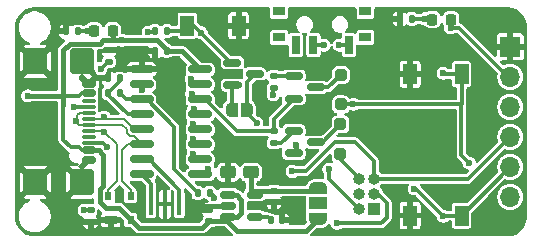
<source format=gbr>
%TF.GenerationSoftware,KiCad,Pcbnew,9.0.1*%
%TF.CreationDate,2025-04-12T17:39:00+05:30*%
%TF.ProjectId,ESPNut-D1,4553504e-7574-42d4-9431-2e6b69636164,0.1*%
%TF.SameCoordinates,Original*%
%TF.FileFunction,Copper,L1,Top*%
%TF.FilePolarity,Positive*%
%FSLAX46Y46*%
G04 Gerber Fmt 4.6, Leading zero omitted, Abs format (unit mm)*
G04 Created by KiCad (PCBNEW 9.0.1) date 2025-04-12 17:39:00*
%MOMM*%
%LPD*%
G01*
G04 APERTURE LIST*
G04 Aperture macros list*
%AMRoundRect*
0 Rectangle with rounded corners*
0 $1 Rounding radius*
0 $2 $3 $4 $5 $6 $7 $8 $9 X,Y pos of 4 corners*
0 Add a 4 corners polygon primitive as box body*
4,1,4,$2,$3,$4,$5,$6,$7,$8,$9,$2,$3,0*
0 Add four circle primitives for the rounded corners*
1,1,$1+$1,$2,$3*
1,1,$1+$1,$4,$5*
1,1,$1+$1,$6,$7*
1,1,$1+$1,$8,$9*
0 Add four rect primitives between the rounded corners*
20,1,$1+$1,$2,$3,$4,$5,0*
20,1,$1+$1,$4,$5,$6,$7,0*
20,1,$1+$1,$6,$7,$8,$9,0*
20,1,$1+$1,$8,$9,$2,$3,0*%
%AMFreePoly0*
4,1,15,-0.500000,0.200000,-0.480423,0.323607,-0.423607,0.435114,-0.335114,0.523607,-0.223607,0.580423,-0.100000,0.600000,0.500000,0.600000,0.500000,-0.600000,-0.100000,-0.600000,-0.223607,-0.580423,-0.335114,-0.523607,-0.423607,-0.435114,-0.480423,-0.323607,-0.500000,-0.200000,-0.500000,0.200000,-0.500000,0.200000,$1*%
%AMFreePoly1*
4,1,15,-0.500000,0.600000,0.100000,0.600000,0.223607,0.580423,0.335114,0.523607,0.423607,0.435114,0.480423,0.323607,0.500000,0.200000,0.500000,-0.200000,0.480423,-0.323607,0.423607,-0.435114,0.335114,-0.523607,0.223607,-0.580423,0.100000,-0.600000,-0.500000,-0.600000,-0.500000,0.600000,-0.500000,0.600000,$1*%
%AMFreePoly2*
4,1,23,0.550000,-0.750000,0.000000,-0.750000,0.000000,-0.745722,-0.065263,-0.745722,-0.191342,-0.711940,-0.304381,-0.646677,-0.396677,-0.554381,-0.461940,-0.441342,-0.495722,-0.315263,-0.495722,-0.250000,-0.500000,-0.250000,-0.500000,0.250000,-0.495722,0.250000,-0.495722,0.315263,-0.461940,0.441342,-0.396677,0.554381,-0.304381,0.646677,-0.191342,0.711940,-0.065263,0.745722,0.000000,0.745722,
0.000000,0.750000,0.550000,0.750000,0.550000,-0.750000,0.550000,-0.750000,$1*%
%AMFreePoly3*
4,1,23,0.000000,0.745722,0.065263,0.745722,0.191342,0.711940,0.304381,0.646677,0.396677,0.554381,0.461940,0.441342,0.495722,0.315263,0.495722,0.250000,0.500000,0.250000,0.500000,-0.250000,0.495722,-0.250000,0.495722,-0.315263,0.461940,-0.441342,0.396677,-0.554381,0.304381,-0.646677,0.191342,-0.711940,0.065263,-0.745722,0.000000,-0.745722,0.000000,-0.750000,-0.550000,-0.750000,
-0.550000,0.750000,0.000000,0.750000,0.000000,0.745722,0.000000,0.745722,$1*%
G04 Aperture macros list end*
%TA.AperFunction,SMDPad,CuDef*%
%ADD10RoundRect,0.135000X-0.135000X-0.185000X0.135000X-0.185000X0.135000X0.185000X-0.135000X0.185000X0*%
%TD*%
%TA.AperFunction,SMDPad,CuDef*%
%ADD11FreePoly0,0.000000*%
%TD*%
%TA.AperFunction,SMDPad,CuDef*%
%ADD12FreePoly1,0.000000*%
%TD*%
%TA.AperFunction,SMDPad,CuDef*%
%ADD13RoundRect,0.250000X-0.250000X0.250000X-0.250000X-0.250000X0.250000X-0.250000X0.250000X0.250000X0*%
%TD*%
%TA.AperFunction,SMDPad,CuDef*%
%ADD14RoundRect,0.218750X-0.218750X-0.256250X0.218750X-0.256250X0.218750X0.256250X-0.218750X0.256250X0*%
%TD*%
%TA.AperFunction,SMDPad,CuDef*%
%ADD15RoundRect,0.135000X0.135000X0.185000X-0.135000X0.185000X-0.135000X-0.185000X0.135000X-0.185000X0*%
%TD*%
%TA.AperFunction,SMDPad,CuDef*%
%ADD16RoundRect,0.150000X-0.825000X-0.150000X0.825000X-0.150000X0.825000X0.150000X-0.825000X0.150000X0*%
%TD*%
%TA.AperFunction,SMDPad,CuDef*%
%ADD17R,1.000000X0.800000*%
%TD*%
%TA.AperFunction,SMDPad,CuDef*%
%ADD18R,0.700000X1.500000*%
%TD*%
%TA.AperFunction,SMDPad,CuDef*%
%ADD19RoundRect,0.140000X0.140000X0.170000X-0.140000X0.170000X-0.140000X-0.170000X0.140000X-0.170000X0*%
%TD*%
%TA.AperFunction,SMDPad,CuDef*%
%ADD20R,0.400000X1.900000*%
%TD*%
%TA.AperFunction,SMDPad,CuDef*%
%ADD21RoundRect,0.135000X-0.185000X0.135000X-0.185000X-0.135000X0.185000X-0.135000X0.185000X0.135000X0*%
%TD*%
%TA.AperFunction,SMDPad,CuDef*%
%ADD22RoundRect,0.140000X-0.140000X-0.170000X0.140000X-0.170000X0.140000X0.170000X-0.140000X0.170000X0*%
%TD*%
%TA.AperFunction,SMDPad,CuDef*%
%ADD23RoundRect,0.150000X-0.587500X-0.150000X0.587500X-0.150000X0.587500X0.150000X-0.587500X0.150000X0*%
%TD*%
%TA.AperFunction,SMDPad,CuDef*%
%ADD24RoundRect,0.135000X0.185000X-0.135000X0.185000X0.135000X-0.185000X0.135000X-0.185000X-0.135000X0*%
%TD*%
%TA.AperFunction,SMDPad,CuDef*%
%ADD25R,1.000000X0.700000*%
%TD*%
%TA.AperFunction,SMDPad,CuDef*%
%ADD26R,0.600000X0.700000*%
%TD*%
%TA.AperFunction,SMDPad,CuDef*%
%ADD27RoundRect,0.250000X0.400000X0.275000X-0.400000X0.275000X-0.400000X-0.275000X0.400000X-0.275000X0*%
%TD*%
%TA.AperFunction,SMDPad,CuDef*%
%ADD28R,1.150000X1.700000*%
%TD*%
%TA.AperFunction,SMDPad,CuDef*%
%ADD29RoundRect,0.140000X0.170000X-0.140000X0.170000X0.140000X-0.170000X0.140000X-0.170000X-0.140000X0*%
%TD*%
%TA.AperFunction,SMDPad,CuDef*%
%ADD30RoundRect,0.150000X-0.425000X0.150000X-0.425000X-0.150000X0.425000X-0.150000X0.425000X0.150000X0*%
%TD*%
%TA.AperFunction,SMDPad,CuDef*%
%ADD31RoundRect,0.075000X-0.500000X0.075000X-0.500000X-0.075000X0.500000X-0.075000X0.500000X0.075000X0*%
%TD*%
%TA.AperFunction,SMDPad,CuDef*%
%ADD32RoundRect,0.250000X-0.750000X0.840000X-0.750000X-0.840000X0.750000X-0.840000X0.750000X0.840000X0*%
%TD*%
%TA.AperFunction,ComponentPad*%
%ADD33R,1.000000X1.000000*%
%TD*%
%TA.AperFunction,ComponentPad*%
%ADD34O,1.000000X1.000000*%
%TD*%
%TA.AperFunction,ComponentPad*%
%ADD35R,1.700000X1.700000*%
%TD*%
%TA.AperFunction,ComponentPad*%
%ADD36O,1.700000X1.700000*%
%TD*%
%TA.AperFunction,SMDPad,CuDef*%
%ADD37FreePoly2,90.000000*%
%TD*%
%TA.AperFunction,SMDPad,CuDef*%
%ADD38R,1.500000X1.000000*%
%TD*%
%TA.AperFunction,SMDPad,CuDef*%
%ADD39FreePoly3,90.000000*%
%TD*%
%TA.AperFunction,SMDPad,CuDef*%
%ADD40RoundRect,0.140000X-0.170000X0.140000X-0.170000X-0.140000X0.170000X-0.140000X0.170000X0.140000X0*%
%TD*%
%TA.AperFunction,SMDPad,CuDef*%
%ADD41RoundRect,0.150000X-0.512500X-0.150000X0.512500X-0.150000X0.512500X0.150000X-0.512500X0.150000X0*%
%TD*%
%TA.AperFunction,ViaPad*%
%ADD42C,0.600000*%
%TD*%
%TA.AperFunction,Conductor*%
%ADD43C,0.400000*%
%TD*%
%TA.AperFunction,Conductor*%
%ADD44C,0.300000*%
%TD*%
%TA.AperFunction,Conductor*%
%ADD45C,0.200000*%
%TD*%
G04 APERTURE END LIST*
D10*
X32895000Y18725000D03*
X33915000Y18725000D03*
D11*
X18675000Y11005000D03*
D12*
X19975000Y11005000D03*
D13*
X27875000Y9780000D03*
X27875000Y7280000D03*
D14*
X35667500Y18665000D03*
X37242500Y18665000D03*
D15*
X16815000Y3985000D03*
X15795000Y3985000D03*
D16*
X11050000Y14444000D03*
X11050000Y13174000D03*
X11050000Y11904000D03*
X11050000Y10634000D03*
X11050000Y9364000D03*
X11050000Y8094000D03*
X11050000Y6824000D03*
X11050000Y5554000D03*
X16000000Y5554000D03*
X16000000Y6824000D03*
X16000000Y8094000D03*
X16000000Y9364000D03*
X16000000Y10634000D03*
X16000000Y11904000D03*
X16000000Y13174000D03*
X16000000Y14444000D03*
D15*
X9215000Y12435000D03*
X8195000Y12435000D03*
D10*
X4625000Y17655000D03*
X5645000Y17655000D03*
D17*
X29995000Y17145000D03*
X29995000Y19355000D03*
X22695000Y17145000D03*
X22695000Y19355000D03*
D18*
X28595000Y16495000D03*
X25595000Y16495000D03*
X24095000Y16495000D03*
D19*
X13155000Y16005000D03*
X12195000Y16005000D03*
D20*
X14230000Y3040000D03*
X13030000Y3040000D03*
X11830000Y3040000D03*
D21*
X22245000Y13865000D03*
X22245000Y12845000D03*
D22*
X21995000Y1655000D03*
X22955000Y1655000D03*
D23*
X18732500Y15010000D03*
X18732500Y13110000D03*
X20607500Y14060000D03*
D10*
X12165000Y17705000D03*
X13185000Y17705000D03*
D24*
X8285000Y15075000D03*
X8285000Y16095000D03*
D23*
X23937500Y9243000D03*
X23937500Y7343000D03*
X25812500Y8293000D03*
D25*
X8425000Y1705000D03*
D26*
X10125000Y1705000D03*
X10125000Y3705000D03*
X8225000Y3705000D03*
D27*
X20310000Y5725000D03*
X18360000Y5725000D03*
D28*
X33785000Y2070000D03*
X38135000Y2070000D03*
D29*
X16775000Y1595000D03*
X16775000Y2555000D03*
D30*
X6555000Y13200000D03*
X6555000Y12400000D03*
D31*
X6555000Y11250000D03*
X6555000Y10250000D03*
X6555000Y9750000D03*
X6555000Y8750000D03*
D30*
X6555000Y7600000D03*
X6555000Y6800000D03*
X6555000Y6800000D03*
X6555000Y7600000D03*
D31*
X6555000Y8250000D03*
X6555000Y9250000D03*
X6555000Y10750000D03*
X6555000Y11750000D03*
D30*
X6555000Y12400000D03*
X6555000Y13200000D03*
D32*
X5980000Y15110000D03*
X2050000Y15110000D03*
X5980000Y4890000D03*
X2050000Y4890000D03*
D33*
X30725000Y2635000D03*
D34*
X29455000Y2635000D03*
X30725000Y3905000D03*
X29455000Y3905000D03*
X30725000Y5175000D03*
X29455000Y5175000D03*
D28*
X19265000Y18150000D03*
X14915000Y18150000D03*
D23*
X23937500Y13874000D03*
X23937500Y11974000D03*
X25812500Y12924000D03*
D28*
X33785000Y14040000D03*
X38135000Y14040000D03*
D14*
X7017500Y17705000D03*
X8592500Y17705000D03*
D35*
X42255000Y16350000D03*
D36*
X42255000Y13810000D03*
X42255000Y11270000D03*
X42255000Y8730000D03*
X42255000Y6190000D03*
X42255000Y3650000D03*
D37*
X25985000Y1800000D03*
D38*
X25985000Y3100000D03*
D39*
X25985000Y4400000D03*
D13*
X27925000Y13980000D03*
X27925000Y11480000D03*
D21*
X6725000Y2525000D03*
X6725000Y1505000D03*
D24*
X22245000Y8195000D03*
X22245000Y9215000D03*
D19*
X9185000Y13675000D03*
X8225000Y13675000D03*
D40*
X22245000Y4155000D03*
X22245000Y3195000D03*
D41*
X18347500Y3844000D03*
X18347500Y2894000D03*
X18347500Y1944000D03*
X20622500Y1944000D03*
X20622500Y3844000D03*
D42*
X3500000Y13250000D03*
X32750000Y7500000D03*
X32500000Y16750000D03*
X24250000Y5000000D03*
X4750000Y19000000D03*
X41500000Y1250000D03*
X39750000Y11500000D03*
X13000000Y12000000D03*
X2500000Y13250000D03*
X14000000Y11000000D03*
X14000000Y14250000D03*
X40000000Y18750000D03*
X33250000Y16750000D03*
X22000000Y6250000D03*
X12500000Y5000000D03*
X39250000Y18750000D03*
X40000000Y1250000D03*
X16500000Y15500000D03*
X26500000Y18250000D03*
X10750000Y18000000D03*
X31750000Y7500000D03*
X15500000Y2250000D03*
X39000000Y4250000D03*
X25750000Y11750000D03*
X4000000Y6250000D03*
X26500000Y19000000D03*
X22000000Y5500000D03*
X30750000Y13500000D03*
X25500000Y14000000D03*
X40750000Y1250000D03*
X31500000Y13500000D03*
X4000000Y4250000D03*
X23250000Y2500000D03*
X15500000Y3000000D03*
X11000000Y16000000D03*
X34000000Y16750000D03*
X37250000Y16000000D03*
X23250000Y3250000D03*
X25500000Y15000000D03*
X38000000Y4250000D03*
X30000000Y13500000D03*
X17750000Y750000D03*
X33750000Y7500000D03*
X39000000Y11500000D03*
X17500000Y12500000D03*
X25750000Y10750000D03*
X10000000Y16000000D03*
X38000000Y16000000D03*
X4250000Y2250000D03*
X4250000Y1250000D03*
X36500000Y16000000D03*
X5750000Y19000000D03*
X8250000Y11250000D03*
X1400000Y12200000D03*
X9397500Y16900000D03*
X36600000Y14100000D03*
X28980000Y11480000D03*
X38800000Y6500000D03*
X6500000Y17655000D03*
X5485006Y10097044D03*
X7900000Y9175000D03*
X7900000Y10375000D03*
X36600000Y2000000D03*
X34150000Y4350000D03*
X35000000Y18725000D03*
X26500000Y16500000D03*
X37200000Y17950000D03*
X26900000Y6000000D03*
X8100000Y7900000D03*
X6200000Y2500000D03*
X5350001Y11250001D03*
X7600000Y14500000D03*
X23800000Y5800000D03*
X11100000Y12704000D03*
X27600000Y1400000D03*
X17192318Y3594000D03*
X27800000Y16500000D03*
X19325000Y13100000D03*
X25900000Y3100000D03*
X20800000Y9900000D03*
X16100000Y17550000D03*
X15296144Y12374000D03*
X24130000Y8000000D03*
X11610000Y17600000D03*
X15450000Y11104000D03*
X22200000Y12300000D03*
X15250000Y13644000D03*
X16685447Y6024000D03*
X15400000Y7294000D03*
X15400000Y8564000D03*
X15400000Y9834000D03*
D43*
X15606000Y2894000D02*
X15500000Y3000000D01*
X18347500Y2894000D02*
X15606000Y2894000D01*
D44*
X9866000Y10634000D02*
X11050000Y10634000D01*
X9185000Y13425000D02*
X8195000Y12435000D01*
X9185000Y13675000D02*
X9185000Y13425000D01*
X8195000Y12435000D02*
X8195000Y12305000D01*
X8195000Y12305000D02*
X9866000Y10634000D01*
D43*
X9865000Y1965000D02*
X10830000Y1000000D01*
X7487500Y16600000D02*
X4952420Y16600000D01*
D44*
X5064000Y7836000D02*
X5780719Y7836000D01*
D43*
X10830000Y1000000D02*
X16180000Y1000000D01*
X8650000Y16900000D02*
X7787500Y16900000D01*
D44*
X4400000Y8500000D02*
X5064000Y7836000D01*
D43*
X7800000Y4600000D02*
X7500000Y4300000D01*
X7500000Y4300000D02*
X7500000Y3200000D01*
D44*
X6016719Y12400000D02*
X5780719Y12164000D01*
D43*
X19144000Y1944000D02*
X18347500Y1944000D01*
X9865000Y1965000D02*
X10125000Y1705000D01*
X12378970Y16900000D02*
X13155000Y16123970D01*
X6555000Y7600000D02*
X7400000Y7600000D01*
X19500000Y3400000D02*
X19500000Y2300000D01*
D44*
X5780719Y7836000D02*
X6016719Y7600000D01*
D43*
X13155000Y16005000D02*
X14439000Y16005000D01*
X16775000Y1595000D02*
X17998500Y1595000D01*
X4952420Y16600000D02*
X4400000Y16047580D01*
X16180000Y1000000D02*
X16775000Y1595000D01*
X18347500Y1552500D02*
X19100000Y800000D01*
X18391500Y3800000D02*
X19100000Y3800000D01*
D44*
X5780719Y12164000D02*
X4400000Y12164000D01*
D43*
X7787500Y16900000D02*
X7487500Y16600000D01*
X1400000Y12200000D02*
X4364000Y12200000D01*
X9397500Y16900000D02*
X12378970Y16900000D01*
X8650000Y17647500D02*
X8592500Y17705000D01*
X18347500Y3844000D02*
X18391500Y3800000D01*
X17998500Y1595000D02*
X18347500Y1944000D01*
X14439000Y16005000D02*
X16000000Y14444000D01*
X7400000Y7600000D02*
X7800000Y7200000D01*
X19500000Y2300000D02*
X19144000Y1944000D01*
X9130000Y2700000D02*
X9865000Y1965000D01*
D44*
X4400000Y11384720D02*
X4400000Y8500000D01*
D43*
X19100000Y3800000D02*
X19500000Y3400000D01*
X24985000Y800000D02*
X25985000Y1800000D01*
X9397500Y16900000D02*
X8650000Y16900000D01*
X19100000Y800000D02*
X24985000Y800000D01*
X18347500Y1944000D02*
X18347500Y1552500D01*
D44*
X6555000Y12400000D02*
X6016719Y12400000D01*
D43*
X8000000Y2700000D02*
X9130000Y2700000D01*
X7800000Y7200000D02*
X7800000Y4600000D01*
X8650000Y16900000D02*
X8650000Y17647500D01*
D44*
X6016719Y7600000D02*
X6555000Y7600000D01*
D43*
X13155000Y16123970D02*
X13155000Y16005000D01*
D44*
X4400000Y12164000D02*
X4400000Y11384720D01*
D43*
X4364000Y12200000D02*
X4400000Y12164000D01*
X4400000Y16047580D02*
X4400000Y11384720D01*
X7500000Y3200000D02*
X8000000Y2700000D01*
D44*
X20622500Y1944000D02*
X21706000Y1944000D01*
X21706000Y1944000D02*
X21995000Y1655000D01*
D43*
X22245000Y4155000D02*
X22243500Y4156500D01*
X20310000Y4156500D02*
X20622500Y3844000D01*
X25740000Y4155000D02*
X25985000Y4400000D01*
X20310000Y5725000D02*
X20310000Y4156500D01*
X22243500Y4156500D02*
X20310000Y4156500D01*
X22245000Y4155000D02*
X25740000Y4155000D01*
D44*
X25812500Y12924000D02*
X26869000Y12924000D01*
X26869000Y12924000D02*
X27925000Y13980000D01*
X38125000Y7175000D02*
X38125000Y11480000D01*
X38135000Y14040000D02*
X36660000Y14040000D01*
X38800000Y6500000D02*
X38125000Y7175000D01*
X28980000Y11480000D02*
X38125000Y11480000D01*
X38135000Y11490000D02*
X38135000Y14040000D01*
X38125000Y11480000D02*
X38135000Y11490000D01*
X28980000Y11480000D02*
X27925000Y11480000D01*
X36660000Y14040000D02*
X36600000Y14100000D01*
X6967500Y17655000D02*
X7017500Y17705000D01*
X6500000Y17655000D02*
X6967500Y17655000D01*
X6500000Y17655000D02*
X5645000Y17655000D01*
D45*
X5600000Y9900000D02*
X5750000Y9750000D01*
X9369000Y9775000D02*
X9774000Y9370000D01*
X10034032Y8763000D02*
X10381000Y8763000D01*
X10125000Y4230001D02*
X9400000Y4955001D01*
X5600000Y10550000D02*
X5600000Y9900000D01*
X9774000Y9023032D02*
X10034032Y8763000D01*
X5800000Y10750000D02*
X5600000Y10550000D01*
X9400000Y7600000D02*
X9894000Y8094000D01*
X7442501Y9775000D02*
X9369000Y9775000D01*
X7417501Y9750000D02*
X7442501Y9775000D01*
X9400000Y4955001D02*
X9400000Y7600000D01*
X6555000Y9750000D02*
X7417501Y9750000D01*
X10381000Y8763000D02*
X11050000Y8094000D01*
X5750000Y9750000D02*
X6555000Y9750000D01*
X9894000Y8094000D02*
X11050000Y8094000D01*
X10125000Y3705000D02*
X10125000Y4230001D01*
X6555000Y10750000D02*
X5800000Y10750000D01*
X9774000Y9370000D02*
X9774000Y9023032D01*
X7825000Y9250000D02*
X7900000Y9175000D01*
X6555000Y10250000D02*
X7417501Y10250000D01*
X8950000Y8125000D02*
X7900000Y9175000D01*
X9555397Y10225000D02*
X10416397Y9364000D01*
X8225000Y4230001D02*
X8950000Y4955001D01*
X10416397Y9364000D02*
X11050000Y9364000D01*
X7417501Y10250000D02*
X7442501Y10225000D01*
X8950000Y4955001D02*
X8950000Y8125000D01*
X7442501Y10225000D02*
X9555397Y10225000D01*
X6555000Y9250000D02*
X7825000Y9250000D01*
X8225000Y3705000D02*
X8225000Y4230001D01*
D44*
X38135000Y2070000D02*
X42255000Y6190000D01*
X36670000Y2070000D02*
X36600000Y2000000D01*
X27875000Y6850000D02*
X29455000Y5270000D01*
X34150000Y4350000D02*
X34250000Y4350000D01*
X34250000Y4350000D02*
X36600000Y2000000D01*
X38135000Y2070000D02*
X36670000Y2070000D01*
X27875000Y7280000D02*
X27875000Y6850000D01*
X29455000Y5270000D02*
X29455000Y5175000D01*
X25812500Y8293000D02*
X26388000Y8293000D01*
X26388000Y8293000D02*
X27875000Y9780000D01*
D43*
X35607500Y18725000D02*
X35667500Y18665000D01*
X35000000Y18725000D02*
X35607500Y18725000D01*
D44*
X35000000Y18725000D02*
X33915000Y18725000D01*
X25595000Y16495000D02*
X26495000Y16495000D01*
X37200000Y17950000D02*
X37932500Y17950000D01*
D43*
X37200000Y18622500D02*
X37242500Y18665000D01*
X37200000Y17950000D02*
X37200000Y18622500D01*
D44*
X26495000Y16495000D02*
X26500000Y16500000D01*
X26900000Y5190000D02*
X26900000Y6000000D01*
X29455000Y2635000D02*
X26900000Y5190000D01*
X37932500Y17950000D02*
X42072500Y13810000D01*
X42072500Y13810000D02*
X42255000Y13810000D01*
X6700000Y2500000D02*
X6725000Y2525000D01*
X6555000Y8250000D02*
X7750000Y8250000D01*
X7750000Y8250000D02*
X8100000Y7900000D01*
X6200000Y2500000D02*
X6700000Y2500000D01*
X8175000Y15075000D02*
X7600000Y14500000D01*
X6555000Y11250000D02*
X5350002Y11250000D01*
X5350002Y11250000D02*
X5350001Y11250001D01*
X8285000Y15075000D02*
X8175000Y15075000D01*
X23800000Y5800000D02*
X23825000Y5825000D01*
X11100000Y13148000D02*
X11074000Y13174000D01*
X23825000Y5825000D02*
X24925000Y5825000D01*
X27400000Y8300000D02*
X29100000Y8300000D01*
X38700000Y5175000D02*
X42255000Y8730000D01*
X30725000Y5175000D02*
X38700000Y5175000D01*
X11100000Y12704000D02*
X11100000Y13148000D01*
X24925000Y5825000D02*
X27400000Y8300000D01*
X11074000Y13174000D02*
X11050000Y13174000D01*
X30725000Y6675000D02*
X30725000Y5175000D01*
X29100000Y8300000D02*
X30725000Y6675000D01*
X31825000Y3150000D02*
X31825000Y1875000D01*
X31070000Y3905000D02*
X31825000Y3150000D01*
X30725000Y3905000D02*
X31070000Y3905000D01*
X31350000Y1400000D02*
X27600000Y1400000D01*
D43*
X17192318Y3607682D02*
X16815000Y3985000D01*
D44*
X31825000Y1875000D02*
X31350000Y1400000D01*
D43*
X17192318Y3594000D02*
X17192318Y3607682D01*
D44*
X18680000Y13100000D02*
X18670000Y13110000D01*
X18670000Y13110000D02*
X18670000Y11010000D01*
X19325000Y13100000D02*
X18680000Y13100000D01*
X27805000Y16495000D02*
X27800000Y16500000D01*
X18670000Y11010000D02*
X18675000Y11005000D01*
X28595000Y16495000D02*
X27805000Y16495000D01*
X19975000Y11005000D02*
X19975000Y13365000D01*
X19975000Y10725000D02*
X20800000Y9900000D01*
X19975000Y13365000D02*
X20670000Y14060000D01*
X19975000Y11005000D02*
X19975000Y10725000D01*
X15500000Y18150000D02*
X14915000Y18150000D01*
X16100000Y17550000D02*
X15500000Y18150000D01*
X16100000Y17550000D02*
X18640000Y15010000D01*
X13185000Y17705000D02*
X14470000Y17705000D01*
X14470000Y17705000D02*
X14915000Y18150000D01*
X18640000Y15010000D02*
X18670000Y15010000D01*
X22245000Y10281500D02*
X23937500Y11974000D01*
X22245000Y9215000D02*
X22245000Y10281500D01*
X15649240Y11904000D02*
X16417678Y11904000D01*
X15296144Y12257096D02*
X15649240Y11904000D01*
X19106678Y9215000D02*
X22245000Y9215000D01*
X15296144Y12374000D02*
X15296144Y12257096D01*
X16417678Y11904000D02*
X19106678Y9215000D01*
X23937500Y13874000D02*
X22254000Y13874000D01*
X22254000Y13874000D02*
X22245000Y13865000D01*
X22245000Y8195000D02*
X22889500Y8195000D01*
X22889500Y8195000D02*
X23937500Y9243000D01*
D43*
X24130000Y7535500D02*
X23937500Y7343000D01*
D44*
X22200000Y12800000D02*
X22245000Y12845000D01*
D43*
X24130000Y8000000D02*
X24130000Y7535500D01*
D44*
X22200000Y12300000D02*
X22200000Y12800000D01*
X12060000Y17600000D02*
X12165000Y17705000D01*
X11610000Y17600000D02*
X12060000Y17600000D01*
X13800000Y9571678D02*
X13800000Y5980000D01*
X9746000Y11904000D02*
X9215000Y12435000D01*
X11050000Y11904000D02*
X9746000Y11904000D01*
X11467678Y11904000D02*
X13800000Y9571678D01*
X11050000Y11904000D02*
X11467678Y11904000D01*
X13800000Y5980000D02*
X15795000Y3985000D01*
D43*
X15250000Y13450000D02*
X15526000Y13174000D01*
X15250000Y13644000D02*
X15250000Y13450000D01*
X15526000Y13174000D02*
X16000000Y13174000D01*
D44*
X11830000Y3040000D02*
X11830000Y4774000D01*
X11830000Y4774000D02*
X11050000Y5554000D01*
X14230000Y4270000D02*
X11676000Y6824000D01*
X14230000Y3040000D02*
X14230000Y4270000D01*
X11676000Y6824000D02*
X11050000Y6824000D01*
%TA.AperFunction,Conductor*%
G36*
X21887539Y19679815D02*
G01*
X21933294Y19627011D01*
X21944500Y19575500D01*
X21944500Y18930322D01*
X21959032Y18857265D01*
X21959033Y18857261D01*
X21959034Y18857260D01*
X22014399Y18774399D01*
X22097260Y18719034D01*
X22097264Y18719033D01*
X22170321Y18704501D01*
X22170324Y18704500D01*
X22170326Y18704500D01*
X23219676Y18704500D01*
X23219677Y18704501D01*
X23292740Y18719034D01*
X23375601Y18774399D01*
X23430966Y18857260D01*
X23445500Y18930326D01*
X23445500Y19575500D01*
X23465185Y19642539D01*
X23517989Y19688294D01*
X23569500Y19699500D01*
X29120500Y19699500D01*
X29187539Y19679815D01*
X29233294Y19627011D01*
X29244500Y19575500D01*
X29244500Y18930322D01*
X29259032Y18857265D01*
X29259033Y18857261D01*
X29259034Y18857260D01*
X29314399Y18774399D01*
X29397260Y18719034D01*
X29397264Y18719033D01*
X29470321Y18704501D01*
X29470324Y18704500D01*
X29470326Y18704500D01*
X30519676Y18704500D01*
X30519677Y18704501D01*
X30592740Y18719034D01*
X30675601Y18774399D01*
X30730966Y18857260D01*
X30745500Y18930326D01*
X30745500Y18975001D01*
X32326181Y18975001D01*
X32326182Y18975000D01*
X32645000Y18975000D01*
X32645000Y19330622D01*
X33145000Y19330622D01*
X33145000Y18119380D01*
X33235557Y18151066D01*
X33341064Y18228935D01*
X33342474Y18230844D01*
X33344555Y18232425D01*
X33347636Y18235505D01*
X33348057Y18235084D01*
X33398120Y18273096D01*
X33467776Y18278556D01*
X33529327Y18245491D01*
X33529927Y18244894D01*
X33552897Y18221924D01*
X33552900Y18221922D01*
X33663233Y18167984D01*
X33668482Y18165418D01*
X33743418Y18154500D01*
X33743423Y18154500D01*
X34086577Y18154500D01*
X34086582Y18154500D01*
X34161518Y18165418D01*
X34248782Y18208079D01*
X34277099Y18221922D01*
X34277102Y18221924D01*
X34343360Y18288181D01*
X34370287Y18302885D01*
X34396106Y18319477D01*
X34402306Y18320369D01*
X34404683Y18321666D01*
X34431041Y18324500D01*
X34570614Y18324500D01*
X34637653Y18304815D01*
X34658295Y18288181D01*
X34661985Y18284491D01*
X34661986Y18284490D01*
X34661988Y18284489D01*
X34787511Y18212018D01*
X34787512Y18212018D01*
X34787515Y18212016D01*
X34927525Y18174500D01*
X34975872Y18174500D01*
X35042911Y18154815D01*
X35075140Y18124809D01*
X35112766Y18074545D01*
X35113528Y18073528D01*
X35213554Y17998650D01*
X35221549Y17992665D01*
X35221552Y17992663D01*
X35227333Y17990507D01*
X35347978Y17945509D01*
X35377318Y17942355D01*
X35403855Y17939501D01*
X35403870Y17939500D01*
X35931130Y17939500D01*
X35931144Y17939501D01*
X35953023Y17941854D01*
X35987022Y17945509D01*
X36113450Y17992664D01*
X36221472Y18073528D01*
X36302336Y18181550D01*
X36321532Y18233017D01*
X36338818Y18279362D01*
X36351228Y18295942D01*
X36359382Y18314980D01*
X36371743Y18323347D01*
X36380689Y18335296D01*
X36400095Y18342535D01*
X36417245Y18354141D01*
X36432165Y18354497D01*
X36446153Y18359713D01*
X36466391Y18355311D01*
X36487095Y18355803D01*
X36499841Y18348034D01*
X36514426Y18344861D01*
X36529069Y18330219D01*
X36546755Y18319438D01*
X36557533Y18301755D01*
X36563832Y18295456D01*
X36566537Y18290209D01*
X36569119Y18284894D01*
X36607664Y18181550D01*
X36640859Y18137207D01*
X36646033Y18126555D01*
X36649941Y18103309D01*
X36658180Y18081220D01*
X36656541Y18064060D01*
X36657619Y18057652D01*
X36655445Y18052577D01*
X36654271Y18040285D01*
X36649500Y18022475D01*
X36649500Y17877525D01*
X36687016Y17737515D01*
X36687017Y17737512D01*
X36759488Y17611989D01*
X36759490Y17611987D01*
X36759491Y17611985D01*
X36861985Y17509491D01*
X36861986Y17509490D01*
X36861988Y17509489D01*
X36987511Y17437018D01*
X36987512Y17437018D01*
X36987515Y17437016D01*
X37127525Y17399500D01*
X37127528Y17399500D01*
X37272472Y17399500D01*
X37272475Y17399500D01*
X37412485Y17437016D01*
X37538015Y17509491D01*
X37541705Y17513181D01*
X37568632Y17527885D01*
X37594451Y17544477D01*
X37600651Y17545369D01*
X37603028Y17546666D01*
X37629386Y17549500D01*
X37715245Y17549500D01*
X37782284Y17529815D01*
X37802926Y17513181D01*
X41146056Y14170051D01*
X41179541Y14108728D01*
X41180848Y14062973D01*
X41159759Y13929815D01*
X41154500Y13896611D01*
X41154500Y13723389D01*
X41155697Y13715830D01*
X41181399Y13553552D01*
X41181598Y13552299D01*
X41232588Y13395368D01*
X41235128Y13387553D01*
X41239239Y13379484D01*
X41313768Y13233212D01*
X41415586Y13093072D01*
X41538072Y12970586D01*
X41678212Y12868768D01*
X41832555Y12790127D01*
X41997299Y12736598D01*
X42168389Y12709500D01*
X42168390Y12709500D01*
X42341610Y12709500D01*
X42341611Y12709500D01*
X42512701Y12736598D01*
X42677445Y12790127D01*
X42831788Y12868768D01*
X42971928Y12970586D01*
X43094414Y13093072D01*
X43196232Y13233212D01*
X43274873Y13387555D01*
X43328402Y13552299D01*
X43355500Y13723389D01*
X43355500Y13896611D01*
X43328402Y14067701D01*
X43274873Y14232445D01*
X43196232Y14386788D01*
X43094414Y14526928D01*
X42971928Y14649414D01*
X42831788Y14751232D01*
X42677445Y14829873D01*
X42512701Y14883402D01*
X42512699Y14883403D01*
X42512698Y14883403D01*
X42364555Y14906866D01*
X42341611Y14910500D01*
X42168389Y14910500D01*
X42145445Y14906866D01*
X41997302Y14883403D01*
X41832557Y14829874D01*
X41832547Y14829870D01*
X41771367Y14798697D01*
X41702698Y14785801D01*
X41637957Y14812078D01*
X41627392Y14821501D01*
X41460573Y14988320D01*
X41427088Y15049643D01*
X41432072Y15119335D01*
X41473944Y15175268D01*
X41539408Y15199685D01*
X41548254Y15200001D01*
X42004999Y15200001D01*
X42005000Y15200002D01*
X42005000Y15916988D01*
X42062007Y15884075D01*
X42189174Y15850000D01*
X42320826Y15850000D01*
X42447993Y15884075D01*
X42505000Y15916988D01*
X42505000Y15200001D01*
X43149786Y15200001D01*
X43149808Y15200003D01*
X43174869Y15202909D01*
X43174873Y15202910D01*
X43277474Y15248212D01*
X43277479Y15248215D01*
X43356785Y15327521D01*
X43356788Y15327526D01*
X43402089Y15430123D01*
X43402089Y15430125D01*
X43404999Y15455206D01*
X43405000Y15455209D01*
X43405000Y16100000D01*
X42688012Y16100000D01*
X42720925Y16157007D01*
X42755000Y16284174D01*
X42755000Y16415826D01*
X42720925Y16542993D01*
X42688012Y16600000D01*
X43404999Y16600000D01*
X43404999Y17244786D01*
X43404997Y17244809D01*
X43402091Y17269870D01*
X43402090Y17269874D01*
X43356788Y17372475D01*
X43356785Y17372480D01*
X43277479Y17451786D01*
X43277474Y17451789D01*
X43174876Y17497090D01*
X43149794Y17500000D01*
X42505000Y17500000D01*
X42505000Y16783012D01*
X42447993Y16815925D01*
X42320826Y16850000D01*
X42189174Y16850000D01*
X42062007Y16815925D01*
X42005000Y16783012D01*
X42005000Y17500000D01*
X41360214Y17500000D01*
X41360191Y17499998D01*
X41335130Y17497092D01*
X41335126Y17497091D01*
X41232525Y17451789D01*
X41232520Y17451786D01*
X41153214Y17372480D01*
X41153211Y17372475D01*
X41107910Y17269878D01*
X41107910Y17269876D01*
X41105000Y17244795D01*
X41105000Y16600000D01*
X41821988Y16600000D01*
X41789075Y16542993D01*
X41755000Y16415826D01*
X41755000Y16284174D01*
X41789075Y16157007D01*
X41821988Y16100000D01*
X41105001Y16100000D01*
X41105001Y15643254D01*
X41085316Y15576215D01*
X41032512Y15530460D01*
X40963354Y15520516D01*
X40899798Y15549541D01*
X40893320Y15555573D01*
X38178415Y18270478D01*
X38178413Y18270480D01*
X38087088Y18323207D01*
X38022405Y18340539D01*
X37962746Y18376903D01*
X37932217Y18439750D01*
X37930500Y18460313D01*
X37930500Y18966130D01*
X37930499Y18966145D01*
X37924545Y19021518D01*
X37924491Y19022022D01*
X37915989Y19044818D01*
X37877337Y19148448D01*
X37877335Y19148451D01*
X37872396Y19155049D01*
X37796472Y19256472D01*
X37688450Y19337336D01*
X37688447Y19337338D01*
X37562024Y19384491D01*
X37506144Y19390500D01*
X37506130Y19390500D01*
X36978870Y19390500D01*
X36978855Y19390500D01*
X36922975Y19384491D01*
X36796552Y19337338D01*
X36796549Y19337336D01*
X36688528Y19256472D01*
X36607664Y19148451D01*
X36607662Y19148448D01*
X36571182Y19050639D01*
X36529311Y18994705D01*
X36463846Y18970288D01*
X36395573Y18985140D01*
X36346168Y19034545D01*
X36338818Y19050639D01*
X36302337Y19148448D01*
X36302335Y19148451D01*
X36297396Y19155049D01*
X36221472Y19256472D01*
X36113450Y19337336D01*
X36113447Y19337338D01*
X35987024Y19384491D01*
X35931144Y19390500D01*
X35931130Y19390500D01*
X35403870Y19390500D01*
X35403855Y19390500D01*
X35347975Y19384491D01*
X35221553Y19337338D01*
X35169430Y19298320D01*
X35103965Y19273905D01*
X35078940Y19274649D01*
X35072475Y19275500D01*
X34927525Y19275500D01*
X34798993Y19241060D01*
X34787511Y19237983D01*
X34661988Y19165512D01*
X34661982Y19165507D01*
X34658295Y19161819D01*
X34631367Y19147116D01*
X34605549Y19130523D01*
X34599348Y19129632D01*
X34596972Y19128334D01*
X34570614Y19125500D01*
X34431041Y19125500D01*
X34364002Y19145185D01*
X34343360Y19161819D01*
X34277102Y19228077D01*
X34277099Y19228079D01*
X34161521Y19284581D01*
X34161519Y19284582D01*
X34161518Y19284582D01*
X34086582Y19295500D01*
X33743418Y19295500D01*
X33668482Y19284582D01*
X33668480Y19284582D01*
X33668478Y19284581D01*
X33552900Y19228079D01*
X33552899Y19228079D01*
X33529926Y19205105D01*
X33468602Y19171621D01*
X33398911Y19176607D01*
X33347920Y19214780D01*
X33347636Y19214495D01*
X33345659Y19216472D01*
X33342978Y19218479D01*
X33342478Y19219152D01*
X33341066Y19221065D01*
X33235559Y19298934D01*
X33235557Y19298935D01*
X33145000Y19330622D01*
X32645000Y19330622D01*
X32644999Y19330622D01*
X32554442Y19298935D01*
X32554440Y19298934D01*
X32448934Y19221066D01*
X32371066Y19115560D01*
X32371065Y19115558D01*
X32327755Y18991788D01*
X32327755Y18991786D01*
X32326181Y18975001D01*
X30745500Y18975001D01*
X30745500Y19575500D01*
X30765185Y19642539D01*
X30817989Y19688294D01*
X30869500Y19699500D01*
X41952405Y19699500D01*
X41995572Y19699500D01*
X42004418Y19699184D01*
X42233020Y19682835D01*
X42250529Y19680317D01*
X42470144Y19632542D01*
X42487103Y19627563D01*
X42697694Y19549017D01*
X42713777Y19541673D01*
X42911036Y19433960D01*
X42925919Y19424395D01*
X43105836Y19289711D01*
X43119207Y19278125D01*
X43278124Y19119208D01*
X43289710Y19105837D01*
X43424394Y18925920D01*
X43433959Y18911037D01*
X43541669Y18713783D01*
X43549019Y18697689D01*
X43622417Y18500898D01*
X43627559Y18487113D01*
X43632543Y18470138D01*
X43680316Y18250530D01*
X43682834Y18233018D01*
X43699184Y18004419D01*
X43699500Y17995573D01*
X43699500Y2004428D01*
X43699184Y1995582D01*
X43682834Y1766983D01*
X43680316Y1749471D01*
X43632543Y1529863D01*
X43627559Y1512888D01*
X43549019Y1302312D01*
X43541669Y1286218D01*
X43433959Y1088964D01*
X43424394Y1074081D01*
X43289710Y894164D01*
X43278124Y880793D01*
X43119207Y721876D01*
X43105836Y710290D01*
X42925919Y575606D01*
X42911036Y566041D01*
X42713782Y458331D01*
X42697688Y450981D01*
X42487112Y372441D01*
X42470137Y367457D01*
X42250529Y319684D01*
X42233017Y317166D01*
X42004418Y300816D01*
X41995572Y300500D01*
X25421965Y300500D01*
X25354926Y320185D01*
X25309171Y372989D01*
X25299227Y442147D01*
X25328252Y505703D01*
X25334284Y512181D01*
X25830284Y1008181D01*
X25891607Y1041666D01*
X25917965Y1044500D01*
X26300827Y1044500D01*
X26323773Y1047521D01*
X26366956Y1053206D01*
X26494123Y1087281D01*
X26544889Y1108309D01*
X26555734Y1112801D01*
X26555737Y1112803D01*
X26555743Y1112805D01*
X26669757Y1178631D01*
X26722673Y1219235D01*
X26815765Y1312327D01*
X26838951Y1342545D01*
X26895379Y1383748D01*
X26965125Y1387903D01*
X27026045Y1353692D01*
X27057101Y1299156D01*
X27078517Y1219235D01*
X27087017Y1187512D01*
X27159488Y1061989D01*
X27159490Y1061987D01*
X27159491Y1061985D01*
X27261985Y959491D01*
X27261986Y959490D01*
X27261988Y959489D01*
X27387511Y887018D01*
X27387512Y887018D01*
X27387515Y887016D01*
X27527525Y849500D01*
X27527528Y849500D01*
X27672472Y849500D01*
X27672475Y849500D01*
X27812485Y887016D01*
X27938015Y959491D01*
X27941705Y963181D01*
X28003028Y996666D01*
X28029386Y999500D01*
X31402725Y999500D01*
X31402727Y999500D01*
X31504588Y1026793D01*
X31595913Y1079520D01*
X31691608Y1175215D01*
X32910001Y1175215D01*
X32910002Y1175192D01*
X32912908Y1150131D01*
X32912909Y1150127D01*
X32958211Y1047526D01*
X32958214Y1047521D01*
X33037520Y968215D01*
X33037525Y968212D01*
X33140123Y922911D01*
X33165206Y920001D01*
X33534999Y920001D01*
X34035000Y920001D01*
X34404786Y920001D01*
X34404808Y920003D01*
X34429869Y922909D01*
X34429873Y922910D01*
X34532474Y968212D01*
X34532479Y968215D01*
X34611785Y1047521D01*
X34611788Y1047526D01*
X34657089Y1150123D01*
X34657089Y1150125D01*
X34659999Y1175206D01*
X34660000Y1175209D01*
X34660000Y1820000D01*
X34035000Y1820000D01*
X34035000Y920001D01*
X33534999Y920001D01*
X33535000Y920002D01*
X33535000Y1820000D01*
X32910001Y1820000D01*
X32910001Y1175215D01*
X31691608Y1175215D01*
X32145480Y1629087D01*
X32160042Y1654309D01*
X32198207Y1720413D01*
X32225500Y1822273D01*
X32225500Y2964795D01*
X32910000Y2964795D01*
X32910000Y2320000D01*
X33535000Y2320000D01*
X34035000Y2320000D01*
X34659999Y2320000D01*
X34659999Y2964786D01*
X34659997Y2964809D01*
X34657091Y2989870D01*
X34657090Y2989873D01*
X34628691Y3054192D01*
X34494189Y3188694D01*
X34429876Y3217090D01*
X34404794Y3220000D01*
X34035000Y3220000D01*
X34035000Y2320000D01*
X33535000Y2320000D01*
X33535000Y3220000D01*
X33165214Y3220000D01*
X33165191Y3219998D01*
X33140130Y3217092D01*
X33140126Y3217091D01*
X33037525Y3171789D01*
X33037520Y3171786D01*
X32958214Y3092480D01*
X32958211Y3092475D01*
X32912910Y2989878D01*
X32912910Y2989876D01*
X32910000Y2964795D01*
X32225500Y2964795D01*
X32225500Y3202727D01*
X32201178Y3293500D01*
X32201178Y3293501D01*
X32201178Y3293502D01*
X32199197Y3300892D01*
X32198207Y3304588D01*
X32145480Y3395913D01*
X31480501Y4060892D01*
X31449153Y4118302D01*
X31448427Y4118081D01*
X31447368Y4121569D01*
X31447016Y4122215D01*
X31446672Y4123864D01*
X31446659Y4123908D01*
X31446658Y4123913D01*
X31445135Y4127591D01*
X31390087Y4260489D01*
X31390080Y4260502D01*
X31307949Y4383419D01*
X31239049Y4452319D01*
X31236273Y4457402D01*
X31231461Y4460628D01*
X31219713Y4487730D01*
X31205564Y4513642D01*
X31205977Y4519419D01*
X31203673Y4524734D01*
X31208441Y4553878D01*
X31210548Y4583334D01*
X31214263Y4589460D01*
X31214955Y4593687D01*
X31227932Y4611998D01*
X31234608Y4623003D01*
X31236774Y4625408D01*
X31307951Y4696584D01*
X31328170Y4726845D01*
X31334170Y4733503D01*
X31356597Y4747310D01*
X31376801Y4764195D01*
X31387717Y4766468D01*
X31393669Y4770132D01*
X31404322Y4769926D01*
X31426292Y4774500D01*
X33544648Y4774500D01*
X33611687Y4754815D01*
X33657442Y4702011D01*
X33667386Y4632853D01*
X33652035Y4588500D01*
X33637017Y4562489D01*
X33637016Y4562485D01*
X33599500Y4422475D01*
X33599500Y4277525D01*
X33637016Y4137515D01*
X33637017Y4137512D01*
X33709488Y4011989D01*
X33709490Y4011987D01*
X33709491Y4011985D01*
X33811985Y3909491D01*
X33811986Y3909490D01*
X33811988Y3909489D01*
X33937511Y3837018D01*
X33937512Y3837018D01*
X33937515Y3837016D01*
X34077525Y3799500D01*
X34077528Y3799500D01*
X34182745Y3799500D01*
X34249784Y3779815D01*
X34270426Y3763181D01*
X36013181Y2020426D01*
X36046666Y1959103D01*
X36049500Y1932745D01*
X36049500Y1927525D01*
X36086350Y1790002D01*
X36087017Y1787512D01*
X36159488Y1661989D01*
X36159490Y1661987D01*
X36159491Y1661985D01*
X36261985Y1559491D01*
X36261986Y1559490D01*
X36261988Y1559489D01*
X36387511Y1487018D01*
X36387512Y1487018D01*
X36387515Y1487016D01*
X36527525Y1449500D01*
X36527528Y1449500D01*
X36672472Y1449500D01*
X36672475Y1449500D01*
X36812485Y1487016D01*
X36938015Y1559491D01*
X37011706Y1633182D01*
X37038636Y1647887D01*
X37064452Y1664477D01*
X37070654Y1665369D01*
X37073030Y1666666D01*
X37099387Y1669500D01*
X37185500Y1669500D01*
X37252539Y1649815D01*
X37298294Y1597011D01*
X37309500Y1545500D01*
X37309500Y1195322D01*
X37324032Y1122265D01*
X37324033Y1122261D01*
X37335900Y1104501D01*
X37379399Y1039399D01*
X37443355Y996666D01*
X37462260Y984034D01*
X37462264Y984033D01*
X37535321Y969501D01*
X37535324Y969500D01*
X37535326Y969500D01*
X38734676Y969500D01*
X38734677Y969501D01*
X38807740Y984034D01*
X38890601Y1039399D01*
X38945966Y1122260D01*
X38960500Y1195326D01*
X38960500Y2277746D01*
X38980185Y2344785D01*
X38996814Y2365422D01*
X40368003Y3736611D01*
X41154500Y3736611D01*
X41154500Y3563390D01*
X41181025Y3395913D01*
X41181598Y3392299D01*
X41235127Y3227555D01*
X41313768Y3073212D01*
X41415586Y2933072D01*
X41538072Y2810586D01*
X41678212Y2708768D01*
X41832555Y2630127D01*
X41997299Y2576598D01*
X42168389Y2549500D01*
X42168390Y2549500D01*
X42341610Y2549500D01*
X42341611Y2549500D01*
X42512701Y2576598D01*
X42677445Y2630127D01*
X42831788Y2708768D01*
X42971928Y2810586D01*
X43094414Y2933072D01*
X43196232Y3073212D01*
X43274873Y3227555D01*
X43328402Y3392299D01*
X43355500Y3563389D01*
X43355500Y3736611D01*
X43328402Y3907701D01*
X43274873Y4072445D01*
X43196232Y4226788D01*
X43094414Y4366928D01*
X42971928Y4489414D01*
X42831788Y4591232D01*
X42760323Y4627645D01*
X42677447Y4669872D01*
X42677446Y4669873D01*
X42677445Y4669873D01*
X42512701Y4723402D01*
X42512699Y4723403D01*
X42512698Y4723403D01*
X42381271Y4744219D01*
X42341611Y4750500D01*
X42168389Y4750500D01*
X42128728Y4744219D01*
X41997302Y4723403D01*
X41960004Y4711284D01*
X41880647Y4685499D01*
X41832552Y4669872D01*
X41678211Y4591232D01*
X41598256Y4533141D01*
X41538072Y4489414D01*
X41538070Y4489412D01*
X41538069Y4489412D01*
X41415588Y4366931D01*
X41415588Y4366930D01*
X41415586Y4366928D01*
X41381682Y4320263D01*
X41313768Y4226789D01*
X41235128Y4072448D01*
X41235127Y4072446D01*
X41235127Y4072445D01*
X41215482Y4011985D01*
X41181597Y3907698D01*
X41154500Y3736611D01*
X40368003Y3736611D01*
X41755401Y5124010D01*
X41816722Y5157493D01*
X41881393Y5154259D01*
X41997299Y5116598D01*
X42168389Y5089500D01*
X42168390Y5089500D01*
X42341610Y5089500D01*
X42341611Y5089500D01*
X42512701Y5116598D01*
X42677445Y5170127D01*
X42831788Y5248768D01*
X42971928Y5350586D01*
X43094414Y5473072D01*
X43196232Y5613212D01*
X43274873Y5767555D01*
X43328402Y5932299D01*
X43355500Y6103389D01*
X43355500Y6276611D01*
X43328402Y6447701D01*
X43274873Y6612445D01*
X43196232Y6766788D01*
X43094414Y6906928D01*
X42971928Y7029414D01*
X42831788Y7131232D01*
X42677445Y7209873D01*
X42512701Y7263402D01*
X42512699Y7263403D01*
X42512698Y7263403D01*
X42381271Y7284219D01*
X42341611Y7290500D01*
X42168389Y7290500D01*
X42128728Y7284219D01*
X41997302Y7263403D01*
X41832552Y7209872D01*
X41678211Y7131232D01*
X41634264Y7099302D01*
X41538072Y7029414D01*
X41538070Y7029412D01*
X41538069Y7029412D01*
X41415588Y6906931D01*
X41415588Y6906930D01*
X41415586Y6906928D01*
X41385091Y6864955D01*
X41313768Y6766789D01*
X41235128Y6612448D01*
X41181597Y6447698D01*
X41154500Y6276611D01*
X41154500Y6103390D01*
X41181597Y5932302D01*
X41219256Y5816400D01*
X41221251Y5746559D01*
X41189006Y5690401D01*
X38705426Y3206819D01*
X38644103Y3173334D01*
X38617745Y3170500D01*
X37535323Y3170500D01*
X37462264Y3155968D01*
X37462260Y3155967D01*
X37379399Y3100601D01*
X37324033Y3017740D01*
X37324032Y3017736D01*
X37309500Y2944679D01*
X37309500Y2594500D01*
X37289815Y2527461D01*
X37237011Y2481706D01*
X37185500Y2470500D01*
X36919295Y2470500D01*
X36857295Y2487113D01*
X36812485Y2512984D01*
X36672475Y2550500D01*
X36672472Y2550500D01*
X36667255Y2550500D01*
X36600216Y2570185D01*
X36579574Y2586819D01*
X34708101Y4458292D01*
X34702663Y4466643D01*
X34697419Y4470470D01*
X34688827Y4487889D01*
X34680132Y4501241D01*
X34677730Y4507450D01*
X34662984Y4562485D01*
X34643167Y4596808D01*
X34639702Y4605768D01*
X34637557Y4631399D01*
X34631492Y4656401D01*
X34634692Y4665648D01*
X34633877Y4675394D01*
X34645930Y4698117D01*
X34654345Y4722427D01*
X34662034Y4728474D01*
X34666619Y4737117D01*
X34689045Y4749717D01*
X34709266Y4765618D01*
X34721572Y4767990D01*
X34727534Y4771339D01*
X34736260Y4770821D01*
X34755352Y4774500D01*
X38752725Y4774500D01*
X38752727Y4774500D01*
X38854588Y4801793D01*
X38945913Y4854520D01*
X41755401Y7664010D01*
X41816722Y7697493D01*
X41881393Y7694259D01*
X41997299Y7656598D01*
X42168389Y7629500D01*
X42168390Y7629500D01*
X42341610Y7629500D01*
X42341611Y7629500D01*
X42512701Y7656598D01*
X42677445Y7710127D01*
X42831788Y7788768D01*
X42971928Y7890586D01*
X43094414Y8013072D01*
X43196232Y8153212D01*
X43274873Y8307555D01*
X43328402Y8472299D01*
X43355500Y8643389D01*
X43355500Y8816611D01*
X43328402Y8987701D01*
X43274873Y9152445D01*
X43196232Y9306788D01*
X43094414Y9446928D01*
X42971928Y9569414D01*
X42831788Y9671232D01*
X42677445Y9749873D01*
X42512701Y9803402D01*
X42512699Y9803403D01*
X42512698Y9803403D01*
X42360388Y9827526D01*
X42341611Y9830500D01*
X42168389Y9830500D01*
X42149612Y9827526D01*
X41997302Y9803403D01*
X41832552Y9749872D01*
X41678211Y9671232D01*
X41602711Y9616377D01*
X41538072Y9569414D01*
X41538070Y9569412D01*
X41538069Y9569412D01*
X41415588Y9446931D01*
X41415588Y9446930D01*
X41415586Y9446928D01*
X41378671Y9396119D01*
X41313768Y9306789D01*
X41235128Y9152448D01*
X41235127Y9152446D01*
X41235127Y9152445D01*
X41212843Y9083863D01*
X41181597Y8987698D01*
X41158489Y8841794D01*
X41154500Y8816611D01*
X41154500Y8643389D01*
X41156677Y8629646D01*
X41181597Y8472302D01*
X41219256Y8356400D01*
X41221251Y8286559D01*
X41189006Y8230401D01*
X39540529Y6581924D01*
X39479206Y6548439D01*
X39409514Y6553423D01*
X39353581Y6595295D01*
X39333073Y6637511D01*
X39331743Y6642476D01*
X39312984Y6712485D01*
X39291061Y6750456D01*
X39240511Y6838012D01*
X39240506Y6838018D01*
X39138017Y6940507D01*
X39138011Y6940512D01*
X39012488Y7012983D01*
X39012489Y7012983D01*
X38984767Y7020411D01*
X38872475Y7050500D01*
X38872472Y7050500D01*
X38867255Y7050500D01*
X38800216Y7070185D01*
X38779574Y7086819D01*
X38561819Y7304574D01*
X38528334Y7365897D01*
X38525500Y7392255D01*
X38525500Y11356611D01*
X41154500Y11356611D01*
X41154500Y11183389D01*
X41155447Y11177408D01*
X41179751Y11023957D01*
X41181598Y11012299D01*
X41224820Y10879275D01*
X41235128Y10847553D01*
X41297134Y10725858D01*
X41313768Y10693212D01*
X41415586Y10553072D01*
X41538072Y10430586D01*
X41678212Y10328768D01*
X41832555Y10250127D01*
X41997299Y10196598D01*
X42168389Y10169500D01*
X42168390Y10169500D01*
X42341610Y10169500D01*
X42341611Y10169500D01*
X42512701Y10196598D01*
X42677445Y10250127D01*
X42831788Y10328768D01*
X42971928Y10430586D01*
X43094414Y10553072D01*
X43196232Y10693212D01*
X43274873Y10847555D01*
X43328402Y11012299D01*
X43355500Y11183389D01*
X43355500Y11356611D01*
X43328402Y11527701D01*
X43274873Y11692445D01*
X43196232Y11846788D01*
X43094414Y11986928D01*
X42971928Y12109414D01*
X42831788Y12211232D01*
X42677445Y12289873D01*
X42512701Y12343402D01*
X42512699Y12343403D01*
X42512698Y12343403D01*
X42381271Y12364219D01*
X42341611Y12370500D01*
X42168389Y12370500D01*
X42128728Y12364219D01*
X41997302Y12343403D01*
X41832552Y12289872D01*
X41678211Y12211232D01*
X41598256Y12153141D01*
X41538072Y12109414D01*
X41538070Y12109412D01*
X41538069Y12109412D01*
X41415588Y11986931D01*
X41415588Y11986930D01*
X41415586Y11986928D01*
X41379646Y11937461D01*
X41313768Y11846789D01*
X41235128Y11692448D01*
X41181597Y11527698D01*
X41159931Y11390899D01*
X41154500Y11356611D01*
X38525500Y11356611D01*
X38525500Y11383628D01*
X38529725Y11415721D01*
X38531050Y11420667D01*
X38535500Y11437273D01*
X38535500Y11542727D01*
X38535500Y12815500D01*
X38555185Y12882539D01*
X38607989Y12928294D01*
X38659500Y12939500D01*
X38734676Y12939500D01*
X38734677Y12939501D01*
X38807740Y12954034D01*
X38890601Y13009399D01*
X38945966Y13092260D01*
X38960500Y13165326D01*
X38960500Y14914674D01*
X38960500Y14914677D01*
X38960499Y14914679D01*
X38945967Y14987736D01*
X38945966Y14987740D01*
X38940215Y14996347D01*
X38890601Y15070601D01*
X38807740Y15125966D01*
X38807739Y15125967D01*
X38807735Y15125968D01*
X38734677Y15140500D01*
X38734674Y15140500D01*
X37535326Y15140500D01*
X37535323Y15140500D01*
X37462264Y15125968D01*
X37462260Y15125967D01*
X37379399Y15070601D01*
X37324033Y14987740D01*
X37324032Y14987736D01*
X37309500Y14914679D01*
X37309500Y14564500D01*
X37306949Y14555815D01*
X37308238Y14546853D01*
X37297259Y14522813D01*
X37289815Y14497461D01*
X37282974Y14491534D01*
X37279213Y14483297D01*
X37256978Y14469008D01*
X37237011Y14451706D01*
X37226496Y14449419D01*
X37220435Y14445523D01*
X37185500Y14440500D01*
X37089386Y14440500D01*
X37022347Y14460185D01*
X37001705Y14476819D01*
X36938017Y14540507D01*
X36938011Y14540512D01*
X36812488Y14612983D01*
X36812489Y14612983D01*
X36780132Y14621653D01*
X36672475Y14650500D01*
X36527525Y14650500D01*
X36419868Y14621653D01*
X36387511Y14612983D01*
X36261988Y14540512D01*
X36261982Y14540507D01*
X36159493Y14438018D01*
X36159488Y14438012D01*
X36087017Y14312489D01*
X36087016Y14312485D01*
X36049500Y14172475D01*
X36049500Y14027525D01*
X36084579Y13896611D01*
X36087017Y13887512D01*
X36159488Y13761989D01*
X36159490Y13761987D01*
X36159491Y13761985D01*
X36261985Y13659491D01*
X36261986Y13659490D01*
X36261988Y13659489D01*
X36387511Y13587018D01*
X36387512Y13587018D01*
X36387515Y13587016D01*
X36527525Y13549500D01*
X36527528Y13549500D01*
X36672472Y13549500D01*
X36672475Y13549500D01*
X36812485Y13587016D01*
X36869295Y13619815D01*
X36874616Y13622887D01*
X36890104Y13627038D01*
X36901681Y13634477D01*
X36936616Y13639500D01*
X37185500Y13639500D01*
X37252539Y13619815D01*
X37298294Y13567011D01*
X37309500Y13515500D01*
X37309500Y13165322D01*
X37324032Y13092265D01*
X37324033Y13092261D01*
X37328740Y13085217D01*
X37379399Y13009399D01*
X37445251Y12965399D01*
X37462260Y12954034D01*
X37462264Y12954033D01*
X37535321Y12939501D01*
X37535324Y12939500D01*
X37535326Y12939500D01*
X37610500Y12939500D01*
X37677539Y12919815D01*
X37723294Y12867011D01*
X37734500Y12815500D01*
X37734500Y12004500D01*
X37714815Y11937461D01*
X37662011Y11891706D01*
X37610500Y11880500D01*
X29409386Y11880500D01*
X29342347Y11900185D01*
X29321705Y11916819D01*
X29318017Y11920507D01*
X29318011Y11920512D01*
X29192488Y11992983D01*
X29192489Y11992983D01*
X29181006Y11996060D01*
X29052475Y12030500D01*
X28907525Y12030500D01*
X28810493Y12004500D01*
X28767510Y11992983D01*
X28767509Y11992982D01*
X28748190Y11981828D01*
X28680290Y11965357D01*
X28614263Y11988210D01*
X28586926Y12014904D01*
X28564056Y12045454D01*
X28532546Y12087546D01*
X28532544Y12087547D01*
X28532544Y12087548D01*
X28417335Y12173794D01*
X28417328Y12173798D01*
X28282486Y12224090D01*
X28282485Y12224091D01*
X28282483Y12224091D01*
X28222873Y12230500D01*
X28222863Y12230500D01*
X27627129Y12230500D01*
X27627123Y12230499D01*
X27567516Y12224092D01*
X27432671Y12173798D01*
X27432664Y12173794D01*
X27317455Y12087548D01*
X27317452Y12087545D01*
X27231206Y11972336D01*
X27231202Y11972329D01*
X27180910Y11837487D01*
X27180909Y11837483D01*
X27174500Y11777873D01*
X27174500Y11777866D01*
X27174500Y11777865D01*
X27174500Y11182130D01*
X27174501Y11182124D01*
X27180908Y11122517D01*
X27231202Y10987672D01*
X27231206Y10987665D01*
X27317452Y10872456D01*
X27317455Y10872453D01*
X27432664Y10786207D01*
X27432671Y10786203D01*
X27514972Y10755507D01*
X27570905Y10713636D01*
X27595323Y10648172D01*
X27580472Y10579899D01*
X27531067Y10530493D01*
X27514973Y10523143D01*
X27382669Y10473797D01*
X27382664Y10473794D01*
X27267455Y10387548D01*
X27267452Y10387545D01*
X27181206Y10272336D01*
X27181202Y10272329D01*
X27130908Y10137483D01*
X27126702Y10098354D01*
X27124501Y10077877D01*
X27124500Y10077865D01*
X27124500Y9647256D01*
X27104815Y9580217D01*
X27088181Y9559575D01*
X26408425Y8879819D01*
X26347102Y8846334D01*
X26320744Y8843500D01*
X25193482Y8843500D01*
X25099696Y8828646D01*
X25085724Y8821527D01*
X25017055Y8808633D01*
X24952315Y8834912D01*
X24912060Y8892019D01*
X24909232Y8958040D01*
X24909120Y8958057D01*
X24909207Y8958611D01*
X24909070Y8961825D01*
X24910519Y8966895D01*
X24913814Y8987701D01*
X24925500Y9061481D01*
X24925499Y9424518D01*
X24910646Y9518304D01*
X24853050Y9631342D01*
X24853046Y9631346D01*
X24853045Y9631348D01*
X24763347Y9721046D01*
X24763344Y9721048D01*
X24763342Y9721050D01*
X24678022Y9764523D01*
X24650301Y9778648D01*
X24556524Y9793500D01*
X23318482Y9793500D01*
X23238739Y9780870D01*
X23224696Y9778646D01*
X23111658Y9721050D01*
X23111657Y9721049D01*
X23111652Y9721046D01*
X23021954Y9631348D01*
X23021947Y9631339D01*
X22981427Y9551813D01*
X22933453Y9501017D01*
X22865632Y9484222D01*
X22799497Y9506760D01*
X22775302Y9529186D01*
X22765975Y9540489D01*
X22748076Y9577102D01*
X22677635Y9647543D01*
X22673859Y9652119D01*
X22662352Y9679010D01*
X22648334Y9704683D01*
X22647315Y9714152D01*
X22646373Y9716355D01*
X22646803Y9718914D01*
X22645500Y9731041D01*
X22645500Y10064246D01*
X22665185Y10131285D01*
X22681814Y10151922D01*
X23917074Y11387183D01*
X23978397Y11420667D01*
X24004755Y11423501D01*
X24556517Y11423501D01*
X24556518Y11423501D01*
X24650304Y11438354D01*
X24763342Y11495950D01*
X24853050Y11585658D01*
X24910646Y11698696D01*
X24910646Y11698698D01*
X24910647Y11698699D01*
X24925499Y11792476D01*
X24925500Y11792481D01*
X24925499Y12155518D01*
X24910646Y12249304D01*
X24910645Y12249306D01*
X24909119Y12258943D01*
X24911142Y12259264D01*
X24909506Y12316506D01*
X24945584Y12376340D01*
X25008284Y12407170D01*
X25077698Y12399208D01*
X25085708Y12395481D01*
X25099696Y12388354D01*
X25099698Y12388354D01*
X25099700Y12388353D01*
X25099698Y12388353D01*
X25193475Y12373501D01*
X25193481Y12373500D01*
X26431518Y12373501D01*
X26525304Y12388354D01*
X26638342Y12445950D01*
X26679572Y12487180D01*
X26740895Y12520666D01*
X26767254Y12523500D01*
X26921725Y12523500D01*
X26921727Y12523500D01*
X27023588Y12550793D01*
X27114913Y12603520D01*
X27656605Y13145215D01*
X32910001Y13145215D01*
X32910002Y13145192D01*
X32912908Y13120131D01*
X32912909Y13120127D01*
X32958211Y13017526D01*
X32958214Y13017521D01*
X33037520Y12938215D01*
X33037525Y12938212D01*
X33140123Y12892911D01*
X33165206Y12890001D01*
X33534999Y12890001D01*
X34035000Y12890001D01*
X34404786Y12890001D01*
X34404808Y12890003D01*
X34429869Y12892909D01*
X34429873Y12892910D01*
X34532474Y12938212D01*
X34532479Y12938215D01*
X34611785Y13017521D01*
X34611788Y13017526D01*
X34657089Y13120123D01*
X34657089Y13120125D01*
X34659999Y13145206D01*
X34660000Y13145209D01*
X34660000Y13790000D01*
X34035000Y13790000D01*
X34035000Y12890001D01*
X33534999Y12890001D01*
X33535000Y12890002D01*
X33535000Y13790000D01*
X32910001Y13790000D01*
X32910001Y13145215D01*
X27656605Y13145215D01*
X27704573Y13193183D01*
X27765896Y13226667D01*
X27792254Y13229501D01*
X28222871Y13229501D01*
X28222872Y13229501D01*
X28282483Y13235909D01*
X28417331Y13286204D01*
X28532546Y13372454D01*
X28618796Y13487669D01*
X28669091Y13622517D01*
X28675500Y13682127D01*
X28675499Y13982015D01*
X28675499Y14277871D01*
X28675498Y14277877D01*
X28675497Y14277884D01*
X28669091Y14337483D01*
X28667711Y14341182D01*
X28618797Y14472329D01*
X28618793Y14472336D01*
X28532547Y14587545D01*
X28532544Y14587548D01*
X28417335Y14673794D01*
X28417328Y14673798D01*
X28282486Y14724090D01*
X28282485Y14724091D01*
X28282483Y14724091D01*
X28222873Y14730500D01*
X28222863Y14730500D01*
X27627129Y14730500D01*
X27627123Y14730499D01*
X27567516Y14724092D01*
X27432671Y14673798D01*
X27432664Y14673794D01*
X27317455Y14587548D01*
X27317452Y14587545D01*
X27231206Y14472336D01*
X27231202Y14472329D01*
X27180908Y14337483D01*
X27174501Y14277884D01*
X27174501Y14277877D01*
X27174500Y14277865D01*
X27174500Y13847256D01*
X27154815Y13780217D01*
X27138181Y13759575D01*
X26795655Y13417050D01*
X26734332Y13383565D01*
X26664640Y13388549D01*
X26647189Y13397918D01*
X26647037Y13397619D01*
X26638343Y13402049D01*
X26638342Y13402050D01*
X26564582Y13439633D01*
X26525301Y13459648D01*
X26431524Y13474500D01*
X25193482Y13474500D01*
X25099696Y13459646D01*
X25085724Y13452527D01*
X25017055Y13439633D01*
X24952315Y13465912D01*
X24912060Y13523019D01*
X24909232Y13589040D01*
X24909120Y13589057D01*
X24909207Y13589611D01*
X24909070Y13592825D01*
X24910519Y13597895D01*
X24912909Y13612984D01*
X24925500Y13692481D01*
X24925499Y14055518D01*
X24910646Y14149304D01*
X24853050Y14262342D01*
X24853046Y14262346D01*
X24853045Y14262348D01*
X24763347Y14352046D01*
X24763344Y14352048D01*
X24763342Y14352050D01*
X24686517Y14391195D01*
X24650301Y14409648D01*
X24556524Y14424500D01*
X23318482Y14424500D01*
X23237519Y14411677D01*
X23224696Y14409646D01*
X23111658Y14352050D01*
X23111657Y14352049D01*
X23111653Y14352047D01*
X23070428Y14310820D01*
X23043499Y14296116D01*
X23017681Y14279523D01*
X23011481Y14278632D01*
X23009105Y14277334D01*
X22982746Y14274500D01*
X22752041Y14274500D01*
X22685002Y14294185D01*
X22664360Y14310819D01*
X22657102Y14318077D01*
X22657099Y14318079D01*
X22541521Y14374581D01*
X22541519Y14374582D01*
X22541518Y14374582D01*
X22466582Y14385500D01*
X22023418Y14385500D01*
X21948482Y14374582D01*
X21948480Y14374582D01*
X21948478Y14374581D01*
X21832900Y14318079D01*
X21832896Y14318076D01*
X21789574Y14274754D01*
X21728251Y14241270D01*
X21658559Y14246255D01*
X21602626Y14288127D01*
X21586262Y14326864D01*
X21583663Y14326019D01*
X21580647Y14335301D01*
X21580646Y14335303D01*
X21580646Y14335304D01*
X21523050Y14448342D01*
X21523046Y14448346D01*
X21523045Y14448348D01*
X21433347Y14538046D01*
X21433344Y14538048D01*
X21433342Y14538050D01*
X21356517Y14577195D01*
X21320301Y14595648D01*
X21226524Y14610500D01*
X19988482Y14610500D01*
X19894696Y14595646D01*
X19880724Y14588527D01*
X19812055Y14575633D01*
X19747315Y14601912D01*
X19707060Y14659019D01*
X19700866Y14709373D01*
X19702465Y14728455D01*
X19705646Y14734696D01*
X19720500Y14828481D01*
X19720500Y14934795D01*
X32910000Y14934795D01*
X32910000Y14290000D01*
X33535000Y14290000D01*
X34035000Y14290000D01*
X34659999Y14290000D01*
X34659999Y14934786D01*
X34659997Y14934809D01*
X34657091Y14959870D01*
X34657090Y14959874D01*
X34611788Y15062475D01*
X34611785Y15062480D01*
X34532479Y15141786D01*
X34532474Y15141789D01*
X34429876Y15187090D01*
X34404794Y15190000D01*
X34035000Y15190000D01*
X34035000Y14290000D01*
X33535000Y14290000D01*
X33535000Y15190000D01*
X33165214Y15190000D01*
X33165191Y15189998D01*
X33140130Y15187092D01*
X33140126Y15187091D01*
X33037525Y15141789D01*
X33037520Y15141786D01*
X32958214Y15062480D01*
X32958211Y15062475D01*
X32912910Y14959878D01*
X32912910Y14959876D01*
X32910000Y14934795D01*
X19720500Y14934795D01*
X19720499Y15191518D01*
X19705646Y15285304D01*
X19648050Y15398342D01*
X19648046Y15398346D01*
X19648045Y15398348D01*
X19558347Y15488046D01*
X19558344Y15488048D01*
X19558342Y15488050D01*
X19463327Y15536463D01*
X19445301Y15545648D01*
X19351524Y15560500D01*
X19351519Y15560500D01*
X18707255Y15560500D01*
X18640216Y15580185D01*
X18619574Y15596819D01*
X16961178Y17255215D01*
X18390001Y17255215D01*
X18390002Y17255192D01*
X18392908Y17230131D01*
X18392909Y17230127D01*
X18438211Y17127526D01*
X18438214Y17127521D01*
X18517520Y17048215D01*
X18517525Y17048212D01*
X18620123Y17002911D01*
X18645206Y17000001D01*
X19014999Y17000001D01*
X19515000Y17000001D01*
X19884786Y17000001D01*
X19884808Y17000003D01*
X19909869Y17002909D01*
X19909873Y17002910D01*
X20012474Y17048212D01*
X20012479Y17048215D01*
X20091785Y17127521D01*
X20091788Y17127526D01*
X20137089Y17230123D01*
X20137089Y17230125D01*
X20139999Y17255206D01*
X20140000Y17255209D01*
X20140000Y17569679D01*
X21944500Y17569679D01*
X21944500Y16720322D01*
X21959032Y16647265D01*
X21959033Y16647261D01*
X21959034Y16647260D01*
X22014399Y16564399D01*
X22084121Y16517813D01*
X22097260Y16509034D01*
X22097264Y16509033D01*
X22170321Y16494501D01*
X22170324Y16494500D01*
X22170326Y16494500D01*
X23219676Y16494500D01*
X23219677Y16494501D01*
X23292740Y16509034D01*
X23292743Y16509036D01*
X23301610Y16514960D01*
X23368287Y16535838D01*
X23435667Y16517353D01*
X23482357Y16465374D01*
X23494500Y16411858D01*
X23494500Y15720322D01*
X23509032Y15647265D01*
X23509033Y15647261D01*
X23522517Y15627081D01*
X23564399Y15564399D01*
X23636579Y15516171D01*
X23647260Y15509034D01*
X23647264Y15509033D01*
X23720321Y15494501D01*
X23720324Y15494500D01*
X23720326Y15494500D01*
X24469676Y15494500D01*
X24469677Y15494501D01*
X24542740Y15509034D01*
X24625601Y15564399D01*
X24680966Y15647260D01*
X24695500Y15720326D01*
X24695500Y17269674D01*
X24695500Y17269677D01*
X24695499Y17269679D01*
X24680967Y17342736D01*
X24680966Y17342738D01*
X24680966Y17342740D01*
X24668357Y17361610D01*
X24665320Y17371310D01*
X24658666Y17378989D01*
X24655057Y17404087D01*
X24647480Y17428286D01*
X24650168Y17438087D01*
X24648722Y17448147D01*
X24659255Y17471213D01*
X24665964Y17495667D01*
X24673525Y17502460D01*
X24677747Y17511703D01*
X24699077Y17525412D01*
X24717943Y17542357D01*
X24729540Y17544989D01*
X24736525Y17549477D01*
X24771460Y17554500D01*
X24918540Y17554500D01*
X24985579Y17534815D01*
X25031334Y17482011D01*
X25041278Y17412853D01*
X25021642Y17361609D01*
X25009034Y17342741D01*
X25009032Y17342736D01*
X24994500Y17269679D01*
X24994500Y15720322D01*
X25009032Y15647265D01*
X25009033Y15647261D01*
X25022517Y15627081D01*
X25064399Y15564399D01*
X25136579Y15516171D01*
X25147260Y15509034D01*
X25147264Y15509033D01*
X25220321Y15494501D01*
X25220324Y15494500D01*
X25220326Y15494500D01*
X25969676Y15494500D01*
X25969677Y15494501D01*
X26042740Y15509034D01*
X26125601Y15564399D01*
X26180966Y15647260D01*
X26195500Y15720326D01*
X26195500Y15850072D01*
X26215185Y15917111D01*
X26267989Y15962866D01*
X26337147Y15972810D01*
X26351576Y15969851D01*
X26427525Y15949500D01*
X26427528Y15949500D01*
X26572472Y15949500D01*
X26572475Y15949500D01*
X26712485Y15987016D01*
X26838015Y16059491D01*
X26940509Y16161985D01*
X27012984Y16287515D01*
X27030226Y16351863D01*
X27066590Y16411521D01*
X27129437Y16442050D01*
X27198813Y16433755D01*
X27252691Y16389270D01*
X27269773Y16351865D01*
X27287016Y16287515D01*
X27287017Y16287512D01*
X27359488Y16161989D01*
X27359490Y16161987D01*
X27359491Y16161985D01*
X27461985Y16059491D01*
X27461986Y16059490D01*
X27461988Y16059489D01*
X27587511Y15987018D01*
X27587512Y15987018D01*
X27587515Y15987016D01*
X27727525Y15949500D01*
X27727528Y15949500D01*
X27870500Y15949500D01*
X27937539Y15929815D01*
X27983294Y15877011D01*
X27994500Y15825500D01*
X27994500Y15720322D01*
X28009032Y15647265D01*
X28009033Y15647261D01*
X28022517Y15627081D01*
X28064399Y15564399D01*
X28136579Y15516171D01*
X28147260Y15509034D01*
X28147264Y15509033D01*
X28220321Y15494501D01*
X28220324Y15494500D01*
X28220326Y15494500D01*
X28969676Y15494500D01*
X28969677Y15494501D01*
X29042740Y15509034D01*
X29125601Y15564399D01*
X29180966Y15647260D01*
X29195500Y15720326D01*
X29195500Y16411858D01*
X29215185Y16478897D01*
X29267989Y16524652D01*
X29337147Y16534596D01*
X29388390Y16514960D01*
X29397256Y16509036D01*
X29397258Y16509036D01*
X29397260Y16509034D01*
X29397262Y16509034D01*
X29397264Y16509033D01*
X29470321Y16494501D01*
X29470324Y16494500D01*
X29470326Y16494500D01*
X30519676Y16494500D01*
X30519677Y16494501D01*
X30592740Y16509034D01*
X30675601Y16564399D01*
X30730966Y16647260D01*
X30745500Y16720326D01*
X30745500Y17569674D01*
X30745500Y17569677D01*
X30745499Y17569679D01*
X30730967Y17642736D01*
X30730966Y17642740D01*
X30711098Y17672475D01*
X30675601Y17725601D01*
X30620235Y17762595D01*
X30592739Y17780967D01*
X30592735Y17780968D01*
X30519677Y17795500D01*
X30519674Y17795500D01*
X29470326Y17795500D01*
X29470323Y17795500D01*
X29397264Y17780968D01*
X29397260Y17780967D01*
X29314399Y17725601D01*
X29259033Y17642740D01*
X29259032Y17642736D01*
X29244498Y17569672D01*
X29244121Y17565837D01*
X29243362Y17563959D01*
X29243311Y17563700D01*
X29243261Y17563710D01*
X29217958Y17501050D01*
X29160922Y17460694D01*
X29091121Y17457580D01*
X29051830Y17474893D01*
X29042742Y17480965D01*
X29042735Y17480968D01*
X28969677Y17495500D01*
X28969674Y17495500D01*
X28375519Y17495500D01*
X28308480Y17515185D01*
X28262725Y17567989D01*
X28252781Y17637147D01*
X28281806Y17700703D01*
X28287838Y17707181D01*
X28389111Y17808455D01*
X28389114Y17808458D01*
X28465775Y17923189D01*
X28518580Y18050672D01*
X28527499Y18095509D01*
X28545500Y18186005D01*
X28545500Y18323996D01*
X28518581Y18459323D01*
X28518580Y18459324D01*
X28518580Y18459328D01*
X28512089Y18475000D01*
X32326182Y18475000D01*
X32327755Y18458215D01*
X32327755Y18458213D01*
X32371065Y18334443D01*
X32371066Y18334441D01*
X32448934Y18228935D01*
X32554443Y18151066D01*
X32554442Y18151066D01*
X32644999Y18119380D01*
X32645000Y18119380D01*
X32645000Y18475000D01*
X32326182Y18475000D01*
X28512089Y18475000D01*
X28475798Y18562614D01*
X28465776Y18586809D01*
X28465771Y18586818D01*
X28389114Y18701542D01*
X28389111Y18701546D01*
X28291545Y18799112D01*
X28291541Y18799115D01*
X28176817Y18875772D01*
X28176804Y18875779D01*
X28049332Y18928579D01*
X28049322Y18928582D01*
X27913995Y18955500D01*
X27913993Y18955500D01*
X27776007Y18955500D01*
X27776005Y18955500D01*
X27640677Y18928582D01*
X27640667Y18928579D01*
X27513195Y18875779D01*
X27513182Y18875772D01*
X27398458Y18799115D01*
X27398454Y18799112D01*
X27300888Y18701546D01*
X27300885Y18701542D01*
X27224228Y18586818D01*
X27224221Y18586805D01*
X27171421Y18459333D01*
X27171418Y18459323D01*
X27144500Y18323996D01*
X27144500Y18323993D01*
X27144500Y18186007D01*
X27144500Y18186005D01*
X27144499Y18186005D01*
X27171418Y18050678D01*
X27171421Y18050668D01*
X27224221Y17923196D01*
X27224228Y17923183D01*
X27300885Y17808459D01*
X27300888Y17808455D01*
X27398454Y17710889D01*
X27398458Y17710886D01*
X27513182Y17634229D01*
X27513195Y17634222D01*
X27617792Y17590897D01*
X27640672Y17581420D01*
X27640676Y17581420D01*
X27640677Y17581419D01*
X27776004Y17554500D01*
X27918540Y17554500D01*
X27985579Y17534815D01*
X28031334Y17482011D01*
X28041278Y17412853D01*
X28021642Y17361609D01*
X28009034Y17342741D01*
X28009032Y17342736D01*
X27994500Y17269679D01*
X27994500Y17174500D01*
X27974815Y17107461D01*
X27922011Y17061706D01*
X27870500Y17050500D01*
X27727525Y17050500D01*
X27612949Y17019799D01*
X27587511Y17012983D01*
X27461988Y16940512D01*
X27461982Y16940507D01*
X27359493Y16838018D01*
X27359488Y16838012D01*
X27287017Y16712489D01*
X27269775Y16648140D01*
X27233409Y16588480D01*
X27170562Y16557951D01*
X27101187Y16566246D01*
X27047309Y16610732D01*
X27030225Y16648140D01*
X27020950Y16682754D01*
X27012984Y16712485D01*
X27008459Y16720322D01*
X26940511Y16838012D01*
X26940506Y16838018D01*
X26838017Y16940507D01*
X26838011Y16940512D01*
X26712488Y17012983D01*
X26712489Y17012983D01*
X26687051Y17019799D01*
X26572475Y17050500D01*
X26427525Y17050500D01*
X26351593Y17030154D01*
X26281743Y17031817D01*
X26223881Y17070980D01*
X26196377Y17135208D01*
X26195500Y17149929D01*
X26195500Y17269677D01*
X26195499Y17269679D01*
X26180967Y17342736D01*
X26180966Y17342740D01*
X26168358Y17361609D01*
X26125601Y17425601D01*
X26051829Y17474893D01*
X26042739Y17480967D01*
X26042735Y17480968D01*
X25969677Y17495500D01*
X25969674Y17495500D01*
X25375519Y17495500D01*
X25308480Y17515185D01*
X25262725Y17567989D01*
X25252781Y17637147D01*
X25281806Y17700703D01*
X25287838Y17707181D01*
X25389111Y17808455D01*
X25389114Y17808458D01*
X25465775Y17923189D01*
X25518580Y18050672D01*
X25527499Y18095509D01*
X25545500Y18186005D01*
X25545500Y18323996D01*
X25518581Y18459323D01*
X25518580Y18459324D01*
X25518580Y18459328D01*
X25512666Y18473606D01*
X25465778Y18586805D01*
X25465771Y18586818D01*
X25389114Y18701542D01*
X25389111Y18701546D01*
X25291545Y18799112D01*
X25291541Y18799115D01*
X25176817Y18875772D01*
X25176804Y18875779D01*
X25049332Y18928579D01*
X25049322Y18928582D01*
X24913995Y18955500D01*
X24913993Y18955500D01*
X24776007Y18955500D01*
X24776005Y18955500D01*
X24640677Y18928582D01*
X24640667Y18928579D01*
X24513195Y18875779D01*
X24513182Y18875772D01*
X24398458Y18799115D01*
X24398454Y18799112D01*
X24300888Y18701546D01*
X24300885Y18701542D01*
X24224228Y18586818D01*
X24224221Y18586805D01*
X24171421Y18459333D01*
X24171418Y18459323D01*
X24144500Y18323996D01*
X24144500Y18323993D01*
X24144500Y18186007D01*
X24144500Y18186005D01*
X24144499Y18186005D01*
X24171418Y18050678D01*
X24171421Y18050668D01*
X24224221Y17923196D01*
X24224228Y17923183D01*
X24300885Y17808459D01*
X24300888Y17808455D01*
X24402162Y17707181D01*
X24435647Y17645858D01*
X24430663Y17576166D01*
X24388791Y17520233D01*
X24323327Y17495816D01*
X24314481Y17495500D01*
X23720323Y17495500D01*
X23647264Y17480968D01*
X23647258Y17480966D01*
X23638167Y17474891D01*
X23571488Y17454016D01*
X23504109Y17472503D01*
X23457421Y17524484D01*
X23445876Y17565849D01*
X23445500Y17569666D01*
X23445500Y17569674D01*
X23441278Y17590897D01*
X23430967Y17642736D01*
X23430966Y17642740D01*
X23411098Y17672475D01*
X23375601Y17725601D01*
X23320235Y17762595D01*
X23292739Y17780967D01*
X23292735Y17780968D01*
X23219677Y17795500D01*
X23219674Y17795500D01*
X22170326Y17795500D01*
X22170323Y17795500D01*
X22097264Y17780968D01*
X22097260Y17780967D01*
X22014399Y17725601D01*
X21959033Y17642740D01*
X21959032Y17642736D01*
X21944500Y17569679D01*
X20140000Y17569679D01*
X20140000Y17900000D01*
X19515000Y17900000D01*
X19515000Y17000001D01*
X19014999Y17000001D01*
X19015000Y17000002D01*
X19015000Y17900000D01*
X18390001Y17900000D01*
X18390001Y17255215D01*
X16961178Y17255215D01*
X16686819Y17529574D01*
X16653334Y17590897D01*
X16650500Y17617255D01*
X16650500Y17622473D01*
X16650500Y17622475D01*
X16612984Y17762485D01*
X16540509Y17888015D01*
X16438015Y17990509D01*
X16438013Y17990510D01*
X16438011Y17990512D01*
X16312488Y18062983D01*
X16312489Y18062983D01*
X16297117Y18067102D01*
X16172475Y18100500D01*
X16172472Y18100500D01*
X16167255Y18100500D01*
X16100216Y18120185D01*
X16079574Y18136819D01*
X15776819Y18439575D01*
X15743334Y18500898D01*
X15740500Y18527256D01*
X15740500Y19024677D01*
X15736498Y19044795D01*
X18390000Y19044795D01*
X18390000Y18400000D01*
X19015000Y18400000D01*
X19515000Y18400000D01*
X20139999Y18400000D01*
X20139999Y19044786D01*
X20139997Y19044818D01*
X20137091Y19069870D01*
X20137090Y19069874D01*
X20091788Y19172475D01*
X20091785Y19172480D01*
X20012479Y19251786D01*
X20012474Y19251789D01*
X19909876Y19297090D01*
X19884794Y19300000D01*
X19515000Y19300000D01*
X19515000Y18400000D01*
X19015000Y18400000D01*
X19015000Y19300000D01*
X18645214Y19300000D01*
X18645191Y19299998D01*
X18620130Y19297092D01*
X18620126Y19297091D01*
X18517525Y19251789D01*
X18517520Y19251786D01*
X18438214Y19172480D01*
X18438211Y19172475D01*
X18392910Y19069878D01*
X18392910Y19069876D01*
X18390000Y19044795D01*
X15736498Y19044795D01*
X15725967Y19097736D01*
X15725966Y19097740D01*
X15720556Y19105837D01*
X15670601Y19180601D01*
X15610040Y19221066D01*
X15587739Y19235967D01*
X15587735Y19235968D01*
X15514677Y19250500D01*
X15514674Y19250500D01*
X14315326Y19250500D01*
X14315323Y19250500D01*
X14242264Y19235968D01*
X14242260Y19235967D01*
X14159399Y19180601D01*
X14104033Y19097740D01*
X14104032Y19097736D01*
X14089500Y19024679D01*
X14089500Y18229500D01*
X14069815Y18162461D01*
X14017011Y18116706D01*
X13965500Y18105500D01*
X13701041Y18105500D01*
X13634002Y18125185D01*
X13613360Y18141819D01*
X13547102Y18208077D01*
X13547099Y18208079D01*
X13431521Y18264581D01*
X13431519Y18264582D01*
X13431518Y18264582D01*
X13356582Y18275500D01*
X13013418Y18275500D01*
X12938482Y18264582D01*
X12938480Y18264582D01*
X12938478Y18264581D01*
X12822900Y18208079D01*
X12822897Y18208077D01*
X12762681Y18147860D01*
X12701358Y18114375D01*
X12631666Y18119359D01*
X12587319Y18147860D01*
X12527102Y18208077D01*
X12527099Y18208079D01*
X12411521Y18264581D01*
X12411519Y18264582D01*
X12411518Y18264582D01*
X12336582Y18275500D01*
X11993418Y18275500D01*
X11946583Y18268677D01*
X11918479Y18264582D01*
X11802899Y18208077D01*
X11802896Y18208075D01*
X11781246Y18186426D01*
X11719922Y18152943D01*
X11690602Y18151720D01*
X11690602Y18150500D01*
X11682475Y18150500D01*
X11537525Y18150500D01*
X11421385Y18119380D01*
X11397511Y18112983D01*
X11271988Y18040512D01*
X11271982Y18040507D01*
X11169493Y17938018D01*
X11169488Y17938012D01*
X11097017Y17812489D01*
X11097016Y17812485D01*
X11059500Y17672475D01*
X11059500Y17527525D01*
X11064332Y17509491D01*
X11065109Y17506593D01*
X11063446Y17436743D01*
X11024283Y17378881D01*
X10960055Y17351377D01*
X10945334Y17350500D01*
X9751436Y17350500D01*
X9689436Y17367113D01*
X9609985Y17412984D01*
X9469975Y17450500D01*
X9404500Y17450500D01*
X9337461Y17470185D01*
X9291706Y17522989D01*
X9280500Y17574500D01*
X9280500Y18006130D01*
X9280499Y18006145D01*
X9276804Y18040509D01*
X9274491Y18062022D01*
X9267331Y18081220D01*
X9227337Y18188448D01*
X9227335Y18188451D01*
X9212642Y18208079D01*
X9146472Y18296472D01*
X9038450Y18377336D01*
X9038447Y18377338D01*
X8912024Y18424491D01*
X8856144Y18430500D01*
X8856130Y18430500D01*
X8328870Y18430500D01*
X8328855Y18430500D01*
X8272975Y18424491D01*
X8146552Y18377338D01*
X8146549Y18377336D01*
X8038528Y18296472D01*
X7957664Y18188451D01*
X7957662Y18188448D01*
X7921182Y18090639D01*
X7879311Y18034705D01*
X7813846Y18010288D01*
X7745573Y18025140D01*
X7696168Y18074545D01*
X7688818Y18090639D01*
X7652337Y18188448D01*
X7652335Y18188451D01*
X7637642Y18208079D01*
X7571472Y18296472D01*
X7463450Y18377336D01*
X7463447Y18377338D01*
X7337024Y18424491D01*
X7281144Y18430500D01*
X7281130Y18430500D01*
X6753870Y18430500D01*
X6753855Y18430500D01*
X6697975Y18424491D01*
X6571552Y18377338D01*
X6571545Y18377334D01*
X6463528Y18296474D01*
X6413090Y18229097D01*
X6365323Y18190609D01*
X6355908Y18186311D01*
X6287515Y18167984D01*
X6180743Y18106340D01*
X6175359Y18103881D01*
X6146398Y18099721D01*
X6117960Y18092821D01*
X6112215Y18094810D01*
X6106199Y18093945D01*
X6079582Y18106105D01*
X6051933Y18115674D01*
X6044065Y18122330D01*
X6042647Y18122977D01*
X6041870Y18124186D01*
X6036179Y18129000D01*
X6007102Y18158077D01*
X6007099Y18158079D01*
X5891521Y18214581D01*
X5891519Y18214582D01*
X5891518Y18214582D01*
X5816582Y18225500D01*
X5473418Y18225500D01*
X5398482Y18214582D01*
X5398480Y18214582D01*
X5398478Y18214581D01*
X5282900Y18158079D01*
X5282899Y18158079D01*
X5259926Y18135105D01*
X5198602Y18101621D01*
X5128911Y18106607D01*
X5077920Y18144780D01*
X5077636Y18144495D01*
X5075659Y18146472D01*
X5072978Y18148479D01*
X5072478Y18149152D01*
X5071066Y18151065D01*
X4965559Y18228934D01*
X4965557Y18228935D01*
X4875000Y18260622D01*
X4875000Y17779000D01*
X4855315Y17711961D01*
X4802511Y17666206D01*
X4751000Y17655000D01*
X4625000Y17655000D01*
X4625000Y17529000D01*
X4605315Y17461961D01*
X4552511Y17416206D01*
X4501000Y17405000D01*
X4056182Y17405000D01*
X4057755Y17388215D01*
X4057755Y17388213D01*
X4101065Y17264443D01*
X4101066Y17264441D01*
X4178934Y17158935D01*
X4284440Y17081067D01*
X4284442Y17081066D01*
X4408207Y17037758D01*
X4408219Y17037756D01*
X4437602Y17035000D01*
X4450954Y17035000D01*
X4517993Y17015315D01*
X4563748Y16962511D01*
X4573692Y16893353D01*
X4544667Y16829797D01*
X4538635Y16823319D01*
X4039513Y16324197D01*
X4039509Y16324191D01*
X3980201Y16221468D01*
X3980200Y16221463D01*
X3949500Y16106889D01*
X3949500Y12774500D01*
X3929815Y12707461D01*
X3877011Y12661706D01*
X3825500Y12650500D01*
X1753936Y12650500D01*
X1691936Y12667113D01*
X1612485Y12712984D01*
X1472475Y12750500D01*
X1327525Y12750500D01*
X1219868Y12721653D01*
X1187511Y12712983D01*
X1061988Y12640512D01*
X1061982Y12640507D01*
X959493Y12538018D01*
X959488Y12538012D01*
X887017Y12412489D01*
X887016Y12412485D01*
X849500Y12272475D01*
X849500Y12127525D01*
X877535Y12022898D01*
X887017Y11987512D01*
X959488Y11861989D01*
X959490Y11861987D01*
X959491Y11861985D01*
X1061985Y11759491D01*
X1061986Y11759490D01*
X1061988Y11759489D01*
X1187511Y11687018D01*
X1187512Y11687018D01*
X1187515Y11687016D01*
X1327525Y11649500D01*
X1327528Y11649500D01*
X1472472Y11649500D01*
X1472475Y11649500D01*
X1612485Y11687016D01*
X1691936Y11732888D01*
X1753936Y11749500D01*
X3825500Y11749500D01*
X3892539Y11729815D01*
X3938294Y11677011D01*
X3949500Y11625500D01*
X3949500Y11325411D01*
X3980201Y11210834D01*
X3982886Y11206183D01*
X3999500Y11144183D01*
X3999500Y8552727D01*
X3999500Y8447273D01*
X4006643Y8420614D01*
X4026793Y8345411D01*
X4035567Y8330215D01*
X4079520Y8254087D01*
X4818087Y7515520D01*
X4818088Y7515519D01*
X4818090Y7515518D01*
X4887041Y7475709D01*
X4935257Y7425142D01*
X4948479Y7356535D01*
X4944816Y7336229D01*
X4943719Y7332136D01*
X4943719Y7332135D01*
X4904500Y7185766D01*
X4904500Y7034234D01*
X4918461Y6982131D01*
X4943719Y6887864D01*
X4977364Y6829591D01*
X5019485Y6756635D01*
X5126635Y6649485D01*
X5236240Y6586204D01*
X5247176Y6579890D01*
X5257865Y6573719D01*
X5404234Y6534500D01*
X5404236Y6534500D01*
X5555764Y6534500D01*
X5555766Y6534500D01*
X5570705Y6538503D01*
X5640553Y6536842D01*
X5698416Y6497680D01*
X5719840Y6459684D01*
X5724994Y6444955D01*
X5728557Y6375177D01*
X5693828Y6314549D01*
X5631835Y6282321D01*
X5607953Y6280000D01*
X5186946Y6280000D01*
X5098555Y6269386D01*
X5098554Y6269386D01*
X4995000Y6228552D01*
X6069095Y5154457D01*
X6102580Y5093134D01*
X6097596Y5023442D01*
X6069095Y4979095D01*
X5980000Y4890000D01*
X6069094Y4800906D01*
X6102579Y4739583D01*
X6097595Y4669891D01*
X6069094Y4625544D01*
X4995001Y3551451D01*
X4995001Y3551450D01*
X5098555Y3510615D01*
X5186946Y3500000D01*
X6773054Y3500000D01*
X6861444Y3510615D01*
X6880009Y3517935D01*
X6911673Y3520794D01*
X6943147Y3525319D01*
X6946226Y3523913D01*
X6949596Y3524217D01*
X6977777Y3509504D01*
X7006703Y3496294D01*
X7008532Y3493447D01*
X7011532Y3491881D01*
X7027285Y3464268D01*
X7044477Y3437516D01*
X7045127Y3432992D01*
X7046154Y3431192D01*
X7049500Y3402581D01*
X7049500Y3169500D01*
X7029815Y3102461D01*
X6977011Y3056706D01*
X6925500Y3045500D01*
X6503418Y3045500D01*
X6440971Y3036402D01*
X6428481Y3034582D01*
X6419283Y3031739D01*
X6418209Y3035214D01*
X6367094Y3026496D01*
X6349437Y3029878D01*
X6298599Y3043500D01*
X6272475Y3050500D01*
X6127525Y3050500D01*
X6005250Y3017736D01*
X5987511Y3012983D01*
X5861988Y2940512D01*
X5861982Y2940507D01*
X5759493Y2838018D01*
X5759488Y2838012D01*
X5687017Y2712489D01*
X5687016Y2712485D01*
X5649500Y2572475D01*
X5649500Y2427525D01*
X5687016Y2287515D01*
X5687017Y2287512D01*
X5759488Y2161989D01*
X5759490Y2161987D01*
X5759491Y2161985D01*
X5861985Y2059491D01*
X5861986Y2059490D01*
X5861988Y2059489D01*
X5987511Y1987018D01*
X5987512Y1987018D01*
X5987515Y1987016D01*
X6053217Y1969411D01*
X6112874Y1933049D01*
X6143404Y1870202D01*
X6138163Y1808683D01*
X6119379Y1755000D01*
X7330622Y1755000D01*
X7330621Y1755001D01*
X7298934Y1845558D01*
X7298933Y1845560D01*
X7221064Y1951067D01*
X7219149Y1952480D01*
X7217566Y1954565D01*
X7214495Y1957636D01*
X7214915Y1958057D01*
X7176901Y2008129D01*
X7171445Y2077786D01*
X7204515Y2139334D01*
X7204959Y2139781D01*
X7228076Y2162898D01*
X7228076Y2162900D01*
X7228078Y2162901D01*
X7263415Y2235185D01*
X7284582Y2278482D01*
X7295500Y2353418D01*
X7295500Y2468035D01*
X7301738Y2489281D01*
X7303318Y2511369D01*
X7311390Y2522153D01*
X7315185Y2535074D01*
X7331918Y2549574D01*
X7345190Y2567302D01*
X7357810Y2572010D01*
X7367989Y2580829D01*
X7389906Y2583981D01*
X7410654Y2591719D01*
X7423814Y2588857D01*
X7437147Y2590773D01*
X7457290Y2581574D01*
X7478927Y2576867D01*
X7496653Y2563598D01*
X7500703Y2561748D01*
X7507160Y2555737D01*
X7666636Y2396261D01*
X7700119Y2334939D01*
X7695135Y2265247D01*
X7677797Y2238261D01*
X7679705Y2236954D01*
X7673211Y2227475D01*
X7627910Y2124878D01*
X7627910Y2124876D01*
X7625000Y2099795D01*
X7625000Y1955000D01*
X9186535Y1955000D01*
X9253574Y1935315D01*
X9274216Y1918681D01*
X9538181Y1654716D01*
X9571666Y1593393D01*
X9574500Y1567035D01*
X9574500Y1330322D01*
X9589032Y1257265D01*
X9589033Y1257261D01*
X9593551Y1250500D01*
X9644399Y1174399D01*
X9703154Y1135141D01*
X9727260Y1119034D01*
X9727264Y1119033D01*
X9800321Y1104501D01*
X9800324Y1104500D01*
X9800326Y1104500D01*
X10037035Y1104500D01*
X10104074Y1084815D01*
X10124716Y1068181D01*
X10553386Y639511D01*
X10656113Y580201D01*
X10680321Y573716D01*
X10680324Y573714D01*
X10680325Y573714D01*
X10693104Y570290D01*
X10770691Y549500D01*
X10770693Y549500D01*
X16239308Y549500D01*
X16239309Y549500D01*
X16329673Y573714D01*
X16353887Y580201D01*
X16456614Y639511D01*
X16845284Y1028183D01*
X16906607Y1061667D01*
X16932965Y1064501D01*
X16975739Y1064501D01*
X16975739Y1064502D01*
X17021454Y1071742D01*
X17067170Y1078982D01*
X17067171Y1078982D01*
X17067172Y1078983D01*
X17067175Y1078983D01*
X17169235Y1130986D01*
X17225528Y1144500D01*
X18065937Y1144500D01*
X18065937Y1141189D01*
X18119723Y1132817D01*
X18154588Y1108309D01*
X18750715Y512181D01*
X18784200Y450858D01*
X18779216Y381166D01*
X18737344Y325233D01*
X18671880Y300816D01*
X18663034Y300500D01*
X2004428Y300500D01*
X1995582Y300816D01*
X1766982Y317166D01*
X1749470Y319684D01*
X1529862Y367457D01*
X1512887Y372441D01*
X1492081Y380201D01*
X1333066Y439510D01*
X1302311Y450981D01*
X1286217Y458331D01*
X1088963Y566041D01*
X1074080Y575606D01*
X894163Y710290D01*
X880792Y721876D01*
X721875Y880793D01*
X710289Y894164D01*
X575605Y1074081D01*
X566040Y1088964D01*
X549621Y1119033D01*
X458327Y1286223D01*
X450983Y1302306D01*
X372437Y1512897D01*
X367458Y1529856D01*
X319683Y1749471D01*
X317165Y1766983D01*
X315227Y1794076D01*
X301054Y1992260D01*
X300816Y1995582D01*
X300500Y2004428D01*
X300500Y2106287D01*
X649500Y2106287D01*
X649500Y1893713D01*
X654706Y1860845D01*
X682753Y1683761D01*
X682753Y1683759D01*
X682754Y1683757D01*
X746743Y1486819D01*
X748444Y1481586D01*
X844951Y1292180D01*
X969890Y1120214D01*
X1120213Y969891D01*
X1292179Y844952D01*
X1292181Y844951D01*
X1292184Y844949D01*
X1481588Y748443D01*
X1683757Y682754D01*
X1893713Y649500D01*
X1893714Y649500D01*
X2106286Y649500D01*
X2106287Y649500D01*
X2316243Y682754D01*
X2518412Y748443D01*
X2707816Y844949D01*
X2729789Y860914D01*
X2879786Y969891D01*
X2879788Y969894D01*
X2879792Y969896D01*
X3030104Y1120208D01*
X3030106Y1120212D01*
X3030109Y1120214D01*
X3128036Y1255000D01*
X6119378Y1255000D01*
X6151065Y1164443D01*
X6151066Y1164441D01*
X6228934Y1058935D01*
X6334438Y981069D01*
X6458219Y937756D01*
X6474999Y936183D01*
X6975000Y936183D01*
X6991780Y937756D01*
X7115561Y981069D01*
X7221065Y1058935D01*
X7298933Y1164441D01*
X7298934Y1164443D01*
X7330621Y1255000D01*
X6975000Y1255000D01*
X6975000Y936183D01*
X6474999Y936183D01*
X6475000Y936184D01*
X6475000Y1255000D01*
X6119378Y1255000D01*
X3128036Y1255000D01*
X3149924Y1285127D01*
X3155051Y1292184D01*
X3164238Y1310215D01*
X7625001Y1310215D01*
X7625002Y1310192D01*
X7627908Y1285131D01*
X7627909Y1285127D01*
X7673211Y1182526D01*
X7673214Y1182521D01*
X7752520Y1103215D01*
X7752525Y1103212D01*
X7855123Y1057911D01*
X7880206Y1055001D01*
X8174999Y1055001D01*
X8675000Y1055001D01*
X8969786Y1055001D01*
X8969808Y1055003D01*
X8994869Y1057909D01*
X8994873Y1057910D01*
X9097474Y1103212D01*
X9097479Y1103215D01*
X9176785Y1182521D01*
X9176788Y1182526D01*
X9222089Y1285123D01*
X9222089Y1285125D01*
X9224999Y1310206D01*
X9225000Y1310209D01*
X9225000Y1455000D01*
X8675000Y1455000D01*
X8675000Y1055001D01*
X8174999Y1055001D01*
X8175000Y1055002D01*
X8175000Y1455000D01*
X7625001Y1455000D01*
X7625001Y1310215D01*
X3164238Y1310215D01*
X3251557Y1481588D01*
X3317246Y1683757D01*
X3350500Y1893713D01*
X3350500Y2106287D01*
X3317246Y2316243D01*
X3251557Y2518412D01*
X3155051Y2707816D01*
X3155049Y2707819D01*
X3155048Y2707821D01*
X3030109Y2879787D01*
X2879786Y3030110D01*
X2707820Y3155049D01*
X2518414Y3251556D01*
X2518413Y3251557D01*
X2518412Y3251557D01*
X2498367Y3258070D01*
X2440694Y3297506D01*
X2413495Y3361865D01*
X2425410Y3430711D01*
X2472654Y3482187D01*
X2536687Y3500000D01*
X2843054Y3500000D01*
X2931446Y3510615D01*
X3034998Y3551450D01*
X2050000Y4536448D01*
X1065001Y3551451D01*
X1065001Y3551450D01*
X1168555Y3510615D01*
X1256946Y3500000D01*
X1463313Y3500000D01*
X1530352Y3480315D01*
X1576107Y3427511D01*
X1586051Y3358353D01*
X1557026Y3294797D01*
X1501632Y3258070D01*
X1486334Y3253099D01*
X1481585Y3251556D01*
X1292179Y3155049D01*
X1120213Y3030110D01*
X969890Y2879787D01*
X844951Y2707821D01*
X748444Y2518415D01*
X748443Y2518413D01*
X748443Y2518412D01*
X740673Y2494499D01*
X682753Y2316240D01*
X652444Y2124876D01*
X649500Y2106287D01*
X300500Y2106287D01*
X300500Y5773061D01*
X750000Y5773061D01*
X750000Y4006940D01*
X756795Y3950350D01*
X756796Y3950349D01*
X1696448Y4890000D01*
X1696448Y4890001D01*
X2403552Y4890001D01*
X2403552Y4890000D01*
X3343203Y3950349D01*
X3350000Y4006940D01*
X3350000Y5773061D01*
X4680000Y5773061D01*
X4680000Y4006940D01*
X4686795Y3950350D01*
X4686796Y3950349D01*
X5626448Y4890000D01*
X5626448Y4890001D01*
X4686796Y5829653D01*
X4686795Y5829652D01*
X4680000Y5773061D01*
X3350000Y5773061D01*
X3350000Y5773062D01*
X3343203Y5829653D01*
X2403552Y4890001D01*
X1696448Y4890001D01*
X756796Y5829653D01*
X756795Y5829652D01*
X750000Y5773061D01*
X300500Y5773061D01*
X300500Y6228552D01*
X1065000Y6228552D01*
X2050000Y5243552D01*
X2050001Y5243552D01*
X3034998Y6228551D01*
X2931443Y6269387D01*
X2843054Y6280000D01*
X1256946Y6280000D01*
X1168555Y6269386D01*
X1168554Y6269386D01*
X1065000Y6228552D01*
X300500Y6228552D01*
X300500Y13771451D01*
X1065001Y13771451D01*
X1065001Y13771450D01*
X1168555Y13730615D01*
X1256946Y13720000D01*
X2843054Y13720000D01*
X2931446Y13730615D01*
X3034998Y13771450D01*
X2050000Y14756448D01*
X1065001Y13771451D01*
X300500Y13771451D01*
X300500Y15993061D01*
X750000Y15993061D01*
X750000Y14226940D01*
X756795Y14170350D01*
X756796Y14170349D01*
X1696448Y15110000D01*
X1696448Y15110001D01*
X2403552Y15110001D01*
X2403552Y15110000D01*
X3343203Y14170349D01*
X3350000Y14226940D01*
X3350000Y15993062D01*
X3343203Y16049653D01*
X2403552Y15110001D01*
X1696448Y15110001D01*
X756796Y16049653D01*
X756795Y16049652D01*
X750000Y15993061D01*
X300500Y15993061D01*
X300500Y17995573D01*
X300816Y18004419D01*
X308102Y18106287D01*
X649500Y18106287D01*
X649500Y17893713D01*
X652064Y17877525D01*
X678456Y17710889D01*
X682754Y17683757D01*
X743868Y17495667D01*
X748444Y17481586D01*
X844951Y17292180D01*
X969890Y17120214D01*
X1120213Y16969891D01*
X1292179Y16844952D01*
X1292181Y16844951D01*
X1292184Y16844949D01*
X1481588Y16748443D01*
X1501632Y16741931D01*
X1559306Y16702494D01*
X1586505Y16638135D01*
X1574590Y16569289D01*
X1527346Y16517813D01*
X1463313Y16500000D01*
X1256946Y16500000D01*
X1168555Y16489386D01*
X1168554Y16489386D01*
X1065000Y16448552D01*
X2050000Y15463552D01*
X2050001Y15463552D01*
X3034998Y16448551D01*
X2931443Y16489387D01*
X2843054Y16500000D01*
X2536687Y16500000D01*
X2469648Y16519685D01*
X2423893Y16572489D01*
X2413949Y16641647D01*
X2442974Y16705203D01*
X2498367Y16741931D01*
X2518412Y16748443D01*
X2707816Y16844949D01*
X2814996Y16922819D01*
X2879786Y16969891D01*
X2879788Y16969894D01*
X2879792Y16969896D01*
X3030104Y17120208D01*
X3030106Y17120212D01*
X3030109Y17120214D01*
X3155048Y17292180D01*
X3155047Y17292180D01*
X3155051Y17292184D01*
X3251557Y17481588D01*
X3317246Y17683757D01*
X3350500Y17893713D01*
X3350500Y17905001D01*
X4056181Y17905001D01*
X4056182Y17905000D01*
X4375000Y17905000D01*
X4375000Y18260622D01*
X4374999Y18260622D01*
X4284442Y18228935D01*
X4284440Y18228934D01*
X4178934Y18151066D01*
X4101066Y18045560D01*
X4101065Y18045558D01*
X4057755Y17921788D01*
X4057755Y17921786D01*
X4056181Y17905001D01*
X3350500Y17905001D01*
X3350500Y18106287D01*
X3317246Y18316243D01*
X3251557Y18518412D01*
X3155051Y18707816D01*
X3155049Y18707819D01*
X3155048Y18707821D01*
X3030109Y18879787D01*
X2879786Y19030110D01*
X2707820Y19155049D01*
X2518414Y19251556D01*
X2518413Y19251557D01*
X2518412Y19251557D01*
X2316243Y19317246D01*
X2316241Y19317247D01*
X2316240Y19317247D01*
X2154957Y19342792D01*
X2106287Y19350500D01*
X1893713Y19350500D01*
X1845042Y19342792D01*
X1683760Y19317247D01*
X1481585Y19251556D01*
X1292179Y19155049D01*
X1120213Y19030110D01*
X969890Y18879787D01*
X844951Y18707821D01*
X748444Y18518415D01*
X748443Y18518413D01*
X748443Y18518412D01*
X732869Y18470480D01*
X682753Y18316240D01*
X655865Y18146472D01*
X649500Y18106287D01*
X308102Y18106287D01*
X309083Y18120005D01*
X309083Y18120006D01*
X315381Y18208076D01*
X317165Y18233021D01*
X319683Y18250530D01*
X367459Y18470149D01*
X372436Y18487100D01*
X450985Y18697701D01*
X458325Y18713773D01*
X566044Y18911044D01*
X575600Y18925914D01*
X710294Y19105844D01*
X721868Y19119201D01*
X880799Y19278132D01*
X894156Y19289706D01*
X1074086Y19424400D01*
X1088956Y19433956D01*
X1286227Y19541675D01*
X1302299Y19549015D01*
X1512900Y19627564D01*
X1529851Y19632541D01*
X1749472Y19680318D01*
X1766977Y19682835D01*
X1995582Y19699184D01*
X2004428Y19699500D01*
X2047595Y19699500D01*
X21820500Y19699500D01*
X21887539Y19679815D01*
G37*
%TD.AperFunction*%
%TA.AperFunction,Conductor*%
G36*
X24927539Y3684815D02*
G01*
X24973294Y3632011D01*
X24984500Y3580500D01*
X24984500Y2575326D01*
X24999034Y2502260D01*
X24999097Y2502166D01*
X24999890Y2497902D01*
X24999597Y2495034D01*
X24999598Y2451041D01*
X24979500Y2349999D01*
X24979500Y1734174D01*
X24987331Y1674685D01*
X24988206Y1668044D01*
X25017293Y1559491D01*
X25017803Y1557589D01*
X25017517Y1545589D01*
X25021712Y1534342D01*
X25016701Y1511306D01*
X25016140Y1487739D01*
X25009041Y1476093D01*
X25006861Y1466069D01*
X24985709Y1437814D01*
X24834714Y1286818D01*
X24773394Y1253334D01*
X24747035Y1250500D01*
X23653070Y1250500D01*
X23586031Y1270185D01*
X23540276Y1322989D01*
X23530332Y1392147D01*
X23531927Y1400964D01*
X23532213Y1402274D01*
X23532469Y1405000D01*
X23079000Y1405000D01*
X23011961Y1424685D01*
X22966206Y1477489D01*
X22955000Y1529000D01*
X22955000Y1655000D01*
X22829000Y1655000D01*
X22761961Y1674685D01*
X22716206Y1727489D01*
X22705000Y1779000D01*
X22705000Y1905000D01*
X23205000Y1905000D01*
X23532467Y1905000D01*
X23532212Y1907730D01*
X23488405Y2032920D01*
X23409641Y2139642D01*
X23302920Y2218406D01*
X23205000Y2252670D01*
X23205000Y1905000D01*
X22705000Y1905000D01*
X22705000Y2252670D01*
X22704999Y2252670D01*
X22607079Y2218406D01*
X22511018Y2147509D01*
X22445389Y2123538D01*
X22377219Y2138853D01*
X22369408Y2143831D01*
X22367391Y2144859D01*
X22257175Y2201017D01*
X22257174Y2201018D01*
X22257171Y2201019D01*
X22165735Y2215500D01*
X22052255Y2215500D01*
X21985216Y2235185D01*
X21964574Y2251819D01*
X21951915Y2264478D01*
X21951913Y2264480D01*
X21880865Y2305500D01*
X21860589Y2317207D01*
X21777350Y2339510D01*
X21758727Y2344500D01*
X21758726Y2344500D01*
X21502254Y2344500D01*
X21435215Y2364185D01*
X21414572Y2380820D01*
X21373346Y2422047D01*
X21373344Y2422048D01*
X21373342Y2422050D01*
X21278254Y2470500D01*
X21260301Y2479648D01*
X21166524Y2494500D01*
X20074500Y2494500D01*
X20007461Y2514185D01*
X19961706Y2566989D01*
X19950500Y2618500D01*
X19950500Y2945000D01*
X21647332Y2945000D01*
X21681596Y2847078D01*
X21760358Y2740359D01*
X21867080Y2661595D01*
X21992271Y2617788D01*
X21992269Y2617788D01*
X21995000Y2617533D01*
X22495000Y2617533D01*
X22497729Y2617788D01*
X22622919Y2661595D01*
X22729641Y2740359D01*
X22808403Y2847078D01*
X22842668Y2945000D01*
X22495000Y2945000D01*
X22495000Y2617533D01*
X21995000Y2617533D01*
X21995000Y2945000D01*
X21647332Y2945000D01*
X19950500Y2945000D01*
X19950500Y3169501D01*
X19970185Y3236540D01*
X20022989Y3282295D01*
X20074500Y3293501D01*
X20078475Y3293501D01*
X20078481Y3293500D01*
X21166518Y3293501D01*
X21260304Y3308354D01*
X21373342Y3365950D01*
X21462588Y3455197D01*
X21523909Y3488680D01*
X21593601Y3483696D01*
X21645294Y3445000D01*
X22842669Y3445000D01*
X22842668Y3445001D01*
X22809586Y3539545D01*
X22806024Y3609324D01*
X22840752Y3669951D01*
X22902746Y3702179D01*
X22926627Y3704500D01*
X24860500Y3704500D01*
X24927539Y3684815D01*
G37*
%TD.AperFunction*%
%TA.AperFunction,Conductor*%
G36*
X12486534Y5447073D02*
G01*
X13451535Y4482072D01*
X13485020Y4420749D01*
X13480036Y4351057D01*
X13438164Y4295124D01*
X13372700Y4270707D01*
X13313770Y4280955D01*
X13299874Y4287090D01*
X13299875Y4287090D01*
X13274794Y4290000D01*
X13230000Y4290000D01*
X13230000Y3240000D01*
X13529999Y3240000D01*
X13529999Y4034786D01*
X13529997Y4034809D01*
X13527091Y4059870D01*
X13527090Y4059873D01*
X13520954Y4073770D01*
X13511882Y4143048D01*
X13541705Y4206233D01*
X13600954Y4243265D01*
X13670818Y4242385D01*
X13722069Y4211538D01*
X13755766Y4177841D01*
X13789251Y4116518D01*
X13789703Y4065970D01*
X13779500Y4014674D01*
X13779500Y2065322D01*
X13794032Y1992265D01*
X13794033Y1992261D01*
X13809300Y1969413D01*
X13849399Y1909399D01*
X13924020Y1859540D01*
X13932260Y1854034D01*
X13932264Y1854033D01*
X14005321Y1839501D01*
X14005324Y1839500D01*
X14005326Y1839500D01*
X14454676Y1839500D01*
X14454677Y1839501D01*
X14527740Y1854034D01*
X14610601Y1909399D01*
X14665966Y1992260D01*
X14680500Y2065326D01*
X14680500Y4014674D01*
X14680500Y4014676D01*
X14680500Y4014677D01*
X14665966Y4087739D01*
X14665966Y4087740D01*
X14651396Y4109546D01*
X14645746Y4127591D01*
X14635523Y4143499D01*
X14631071Y4174462D01*
X14630520Y4176222D01*
X14630500Y4178434D01*
X14630500Y4283745D01*
X14650185Y4350784D01*
X14702989Y4396539D01*
X14772147Y4406483D01*
X14835703Y4377458D01*
X14842181Y4371426D01*
X15238181Y3975426D01*
X15271666Y3914103D01*
X15274500Y3887745D01*
X15274500Y3763418D01*
X15285418Y3688482D01*
X15285418Y3688481D01*
X15285419Y3688479D01*
X15341921Y3572901D01*
X15341923Y3572898D01*
X15432897Y3481924D01*
X15432900Y3481922D01*
X15523735Y3437516D01*
X15548482Y3425418D01*
X15623418Y3414500D01*
X15623423Y3414500D01*
X15966577Y3414500D01*
X15966582Y3414500D01*
X16041518Y3425418D01*
X16102427Y3455195D01*
X16157099Y3481922D01*
X16157102Y3481924D01*
X16217319Y3542140D01*
X16278642Y3575625D01*
X16348334Y3570641D01*
X16392681Y3542140D01*
X16452897Y3481924D01*
X16452900Y3481922D01*
X16543735Y3437516D01*
X16568482Y3425418D01*
X16602377Y3420480D01*
X16605043Y3419256D01*
X16607966Y3419535D01*
X16636595Y3404776D01*
X16665875Y3391337D01*
X16668249Y3388456D01*
X16670068Y3387518D01*
X16691884Y3359777D01*
X16697241Y3350500D01*
X16714273Y3320999D01*
X16730745Y3253099D01*
X16707892Y3187072D01*
X16652970Y3143882D01*
X16606887Y3135000D01*
X16552000Y3135000D01*
X16522279Y3132214D01*
X16397077Y3088404D01*
X16290358Y3009642D01*
X16211596Y2902923D01*
X16177332Y2805000D01*
X16651000Y2805000D01*
X16718039Y2785315D01*
X16763794Y2732511D01*
X16775000Y2681000D01*
X16775000Y2429000D01*
X16755315Y2361961D01*
X16702511Y2316206D01*
X16651000Y2305000D01*
X16177332Y2305000D01*
X16211596Y2207078D01*
X16282491Y2111019D01*
X16306462Y2045390D01*
X16291147Y1977220D01*
X16286172Y1969413D01*
X16285142Y1967393D01*
X16285141Y1967391D01*
X16267643Y1933049D01*
X16228981Y1857173D01*
X16228981Y1857172D01*
X16214500Y1765736D01*
X16214500Y1722966D01*
X16205855Y1693526D01*
X16199332Y1663539D01*
X16195577Y1658524D01*
X16194815Y1655927D01*
X16178185Y1635290D01*
X16029714Y1486818D01*
X15968394Y1453334D01*
X15942035Y1450500D01*
X11067965Y1450500D01*
X11000926Y1470185D01*
X10980284Y1486819D01*
X10711819Y1755284D01*
X10678334Y1816607D01*
X10675500Y1842965D01*
X10675500Y2079677D01*
X10675499Y2079679D01*
X10660967Y2152736D01*
X10660966Y2152740D01*
X10654177Y2162901D01*
X10605601Y2235601D01*
X10550235Y2272595D01*
X10522739Y2290967D01*
X10522735Y2290968D01*
X10449677Y2305500D01*
X10449674Y2305500D01*
X10212965Y2305500D01*
X10145926Y2325185D01*
X10125284Y2341819D01*
X9406616Y3060487D01*
X9406614Y3060489D01*
X9351213Y3092475D01*
X9303888Y3119799D01*
X9291780Y3123043D01*
X9279673Y3126287D01*
X9279670Y3126288D01*
X9241478Y3136522D01*
X9189309Y3150500D01*
X9189308Y3150500D01*
X8890825Y3150500D01*
X8823786Y3170185D01*
X8778031Y3222989D01*
X8768087Y3292147D01*
X8769208Y3298692D01*
X8775500Y3330324D01*
X8775500Y4079677D01*
X8775499Y4079679D01*
X8760967Y4152736D01*
X8760966Y4152739D01*
X8760966Y4152740D01*
X8760964Y4152743D01*
X8758245Y4159308D01*
X8750775Y4228777D01*
X8782048Y4291257D01*
X8785092Y4294413D01*
X9087321Y4596642D01*
X9148641Y4630124D01*
X9218333Y4625140D01*
X9262680Y4596639D01*
X9564875Y4294444D01*
X9598360Y4233121D01*
X9593376Y4163429D01*
X9591756Y4159312D01*
X9589033Y4152739D01*
X9574500Y4079677D01*
X9574500Y3330322D01*
X9589032Y3257265D01*
X9589033Y3257261D01*
X9602878Y3236540D01*
X9644399Y3174399D01*
X9716405Y3126287D01*
X9727260Y3119034D01*
X9727264Y3119033D01*
X9800321Y3104501D01*
X9800324Y3104500D01*
X9800326Y3104500D01*
X10449676Y3104500D01*
X10449677Y3104501D01*
X10522740Y3119034D01*
X10605601Y3174399D01*
X10660966Y3257260D01*
X10675500Y3330326D01*
X10675500Y4079674D01*
X10675500Y4079677D01*
X10675499Y4079679D01*
X10660967Y4152736D01*
X10660966Y4152740D01*
X10653824Y4163429D01*
X10605601Y4235601D01*
X10536880Y4281518D01*
X10522736Y4290969D01*
X10521493Y4291483D01*
X10519201Y4293330D01*
X10512586Y4297750D01*
X10512981Y4298343D01*
X10501582Y4307529D01*
X10479407Y4320263D01*
X10472330Y4331104D01*
X10467091Y4335326D01*
X10458867Y4348965D01*
X10452908Y4360457D01*
X10451614Y4365289D01*
X10441148Y4383416D01*
X10405470Y4445213D01*
X10051868Y4798815D01*
X10018383Y4860138D01*
X10023367Y4929830D01*
X10065239Y4985763D01*
X10130703Y5010180D01*
X10158947Y5008969D01*
X10193475Y5003501D01*
X10193481Y5003500D01*
X10982744Y5003501D01*
X11049783Y4983817D01*
X11070425Y4967182D01*
X11393181Y4644427D01*
X11426666Y4583104D01*
X11429500Y4556746D01*
X11429500Y4178434D01*
X11409815Y4111395D01*
X11408623Y4109575D01*
X11400535Y4097470D01*
X11394033Y4087739D01*
X11379500Y4014677D01*
X11379500Y2065322D01*
X11394032Y1992265D01*
X11394033Y1992261D01*
X11409300Y1969413D01*
X11449399Y1909399D01*
X11524020Y1859540D01*
X11532260Y1854034D01*
X11532264Y1854033D01*
X11605321Y1839501D01*
X11605324Y1839500D01*
X11605326Y1839500D01*
X12054676Y1839500D01*
X12054677Y1839501D01*
X12127740Y1854034D01*
X12210601Y1909399D01*
X12265966Y1992260D01*
X12276500Y2045215D01*
X12530001Y2045215D01*
X12530002Y2045192D01*
X12532908Y2020131D01*
X12532909Y2020127D01*
X12578211Y1917526D01*
X12578214Y1917521D01*
X12657520Y1838215D01*
X12657525Y1838212D01*
X12760123Y1792911D01*
X12785205Y1790001D01*
X12829999Y1790001D01*
X13230000Y1790001D01*
X13274786Y1790001D01*
X13274808Y1790003D01*
X13299869Y1792909D01*
X13299873Y1792910D01*
X13402474Y1838212D01*
X13402479Y1838215D01*
X13481785Y1917521D01*
X13481788Y1917526D01*
X13527089Y2020123D01*
X13527089Y2020125D01*
X13529999Y2045206D01*
X13530000Y2045209D01*
X13530000Y2840000D01*
X13230000Y2840000D01*
X13230000Y1790001D01*
X12829999Y1790001D01*
X12830000Y1790002D01*
X12830000Y2840000D01*
X12530001Y2840000D01*
X12530001Y2045215D01*
X12276500Y2045215D01*
X12280500Y2065326D01*
X12280500Y4014674D01*
X12280499Y4014677D01*
X12276497Y4034795D01*
X12530000Y4034795D01*
X12530000Y3240000D01*
X12830000Y3240000D01*
X12830000Y4290000D01*
X12785203Y4290000D01*
X12760130Y4287092D01*
X12760126Y4287091D01*
X12657525Y4241789D01*
X12657520Y4241786D01*
X12578214Y4162480D01*
X12578211Y4162475D01*
X12532910Y4059878D01*
X12532910Y4059876D01*
X12530000Y4034795D01*
X12276497Y4034795D01*
X12265966Y4087739D01*
X12265966Y4087740D01*
X12251396Y4109546D01*
X12230520Y4176222D01*
X12230500Y4178434D01*
X12230500Y4711271D01*
X12230501Y4711284D01*
X12230501Y4826726D01*
X12224650Y4848561D01*
X12203207Y4928587D01*
X12189190Y4952865D01*
X12163949Y4996584D01*
X12147478Y5064484D01*
X12170330Y5130511D01*
X12183651Y5146260D01*
X12203050Y5165658D01*
X12260646Y5278696D01*
X12260646Y5278698D01*
X12260647Y5278699D01*
X12276263Y5377293D01*
X12278245Y5376979D01*
X12300078Y5434356D01*
X12356287Y5475857D01*
X12426010Y5480382D01*
X12486534Y5447073D01*
G37*
%TD.AperFunction*%
%TA.AperFunction,Conductor*%
G36*
X17377855Y10374862D02*
G01*
X17394091Y10361194D01*
X18860765Y8894520D01*
X18952090Y8841793D01*
X19053951Y8814500D01*
X19159405Y8814500D01*
X21699959Y8814500D01*
X21766998Y8794815D01*
X21812753Y8742011D01*
X21822697Y8672853D01*
X21793672Y8609297D01*
X21787640Y8602819D01*
X21741923Y8557103D01*
X21741921Y8557100D01*
X21685419Y8441522D01*
X21685418Y8441520D01*
X21685418Y8441518D01*
X21674500Y8366582D01*
X21674500Y8023418D01*
X21685418Y7948482D01*
X21685418Y7948481D01*
X21685419Y7948479D01*
X21741921Y7832901D01*
X21741923Y7832898D01*
X21832897Y7741924D01*
X21832900Y7741922D01*
X21943656Y7687778D01*
X21948482Y7685418D01*
X22023418Y7674500D01*
X22023423Y7674500D01*
X22466577Y7674500D01*
X22466582Y7674500D01*
X22541518Y7685418D01*
X22616370Y7722011D01*
X22657099Y7741922D01*
X22657102Y7741924D01*
X22673360Y7758181D01*
X22700287Y7772885D01*
X22726106Y7789477D01*
X22732306Y7790369D01*
X22734683Y7791666D01*
X22761041Y7794500D01*
X22851781Y7794500D01*
X22918820Y7774815D01*
X22964575Y7722011D01*
X22974519Y7652853D01*
X22966587Y7627837D01*
X22967369Y7627583D01*
X22964352Y7618302D01*
X22949500Y7524525D01*
X22949500Y7161483D01*
X22960292Y7093343D01*
X22964354Y7067696D01*
X23021950Y6954658D01*
X23021952Y6954656D01*
X23021954Y6954653D01*
X23111652Y6864955D01*
X23111654Y6864954D01*
X23111658Y6864950D01*
X23207928Y6815898D01*
X23224698Y6807353D01*
X23318475Y6792501D01*
X23318481Y6792500D01*
X24556518Y6792501D01*
X24650304Y6807354D01*
X24763342Y6864950D01*
X24853050Y6954658D01*
X24910646Y7067696D01*
X24910646Y7067698D01*
X24910647Y7067699D01*
X24925499Y7161476D01*
X24925500Y7161481D01*
X24925499Y7524518D01*
X24910646Y7618304D01*
X24910645Y7618306D01*
X24909119Y7627943D01*
X24911142Y7628264D01*
X24909506Y7685506D01*
X24945584Y7745340D01*
X25008284Y7776170D01*
X25077698Y7768208D01*
X25085708Y7764481D01*
X25099696Y7757354D01*
X25099698Y7757354D01*
X25099700Y7757353D01*
X25099698Y7757353D01*
X25193475Y7742501D01*
X25193481Y7742500D01*
X25976745Y7742501D01*
X26043784Y7722817D01*
X26089539Y7670013D01*
X26099483Y7600854D01*
X26070458Y7537298D01*
X26064426Y7530820D01*
X24795426Y6261819D01*
X24734103Y6228334D01*
X24707745Y6225500D01*
X24197237Y6225500D01*
X24135237Y6242113D01*
X24012488Y6312983D01*
X24012489Y6312983D01*
X24001006Y6316060D01*
X23872475Y6350500D01*
X23727525Y6350500D01*
X23598993Y6316060D01*
X23587511Y6312983D01*
X23461988Y6240512D01*
X23461982Y6240507D01*
X23359493Y6138018D01*
X23359488Y6138012D01*
X23287017Y6012489D01*
X23287016Y6012485D01*
X23249500Y5872475D01*
X23249500Y5727525D01*
X23280504Y5611819D01*
X23287017Y5587512D01*
X23359488Y5461989D01*
X23359490Y5461987D01*
X23359491Y5461985D01*
X23461985Y5359491D01*
X23461986Y5359490D01*
X23461988Y5359489D01*
X23587511Y5287018D01*
X23587512Y5287018D01*
X23587515Y5287016D01*
X23727525Y5249500D01*
X23727528Y5249500D01*
X23872472Y5249500D01*
X23872475Y5249500D01*
X24012485Y5287016D01*
X24138015Y5359491D01*
X24166705Y5388181D01*
X24228028Y5421666D01*
X24254386Y5424500D01*
X24977725Y5424500D01*
X24977727Y5424500D01*
X25079588Y5451793D01*
X25170913Y5504520D01*
X26912821Y7246430D01*
X26974142Y7279913D01*
X27043833Y7274929D01*
X27099767Y7233057D01*
X27124184Y7167593D01*
X27124500Y7158748D01*
X27124500Y6982131D01*
X27124501Y6982124D01*
X27130908Y6922517D01*
X27181202Y6787672D01*
X27181206Y6787665D01*
X27240962Y6707842D01*
X27265380Y6642378D01*
X27250529Y6574105D01*
X27201124Y6524699D01*
X27132851Y6509847D01*
X27109607Y6513756D01*
X26972475Y6550500D01*
X26827525Y6550500D01*
X26715289Y6520426D01*
X26687511Y6512983D01*
X26561988Y6440512D01*
X26561982Y6440507D01*
X26459493Y6338018D01*
X26459488Y6338012D01*
X26387017Y6212489D01*
X26387016Y6212485D01*
X26349500Y6072475D01*
X26349500Y5927525D01*
X26380988Y5810013D01*
X26387017Y5787512D01*
X26459488Y5661989D01*
X26459493Y5661983D01*
X26463181Y5658295D01*
X26496666Y5596972D01*
X26499500Y5570614D01*
X26499500Y5270739D01*
X26479815Y5203700D01*
X26427011Y5157945D01*
X26359315Y5147800D01*
X26300827Y5155500D01*
X26300826Y5155500D01*
X25669174Y5155500D01*
X25669173Y5155500D01*
X25603047Y5146795D01*
X25475873Y5112718D01*
X25414265Y5087200D01*
X25414249Y5087192D01*
X25300250Y5021374D01*
X25300234Y5021363D01*
X25247328Y4980767D01*
X25247321Y4980761D01*
X25154239Y4887679D01*
X25154233Y4887672D01*
X25113637Y4834766D01*
X25113626Y4834750D01*
X25047808Y4720751D01*
X25047804Y4720743D01*
X25040046Y4702011D01*
X25031776Y4682048D01*
X24987937Y4627645D01*
X24921644Y4605579D01*
X24917216Y4605500D01*
X22695528Y4605500D01*
X22639235Y4619015D01*
X22537175Y4671017D01*
X22537174Y4671018D01*
X22537171Y4671019D01*
X22445735Y4685500D01*
X22044260Y4685500D01*
X22044260Y4685499D01*
X21952829Y4671019D01*
X21952828Y4671019D01*
X21915065Y4651778D01*
X21853708Y4620515D01*
X21797416Y4607000D01*
X20884500Y4607000D01*
X20875814Y4609551D01*
X20866853Y4608262D01*
X20842812Y4619241D01*
X20817461Y4626685D01*
X20811533Y4633526D01*
X20803297Y4637287D01*
X20789007Y4659522D01*
X20771706Y4679489D01*
X20769418Y4690004D01*
X20765523Y4696065D01*
X20760500Y4731000D01*
X20760500Y4848561D01*
X20780185Y4915600D01*
X20832989Y4961355D01*
X20841168Y4964743D01*
X20847708Y4967182D01*
X20897526Y4985763D01*
X20952326Y5006202D01*
X20952326Y5006203D01*
X20952331Y5006204D01*
X21067546Y5092454D01*
X21153796Y5207669D01*
X21204091Y5342517D01*
X21210500Y5402127D01*
X21210499Y6047872D01*
X21204091Y6107483D01*
X21203252Y6109732D01*
X21153797Y6242329D01*
X21153793Y6242336D01*
X21067547Y6357545D01*
X21067544Y6357548D01*
X20952335Y6443794D01*
X20952328Y6443798D01*
X20817482Y6494092D01*
X20817483Y6494092D01*
X20757883Y6500499D01*
X20757881Y6500500D01*
X20757873Y6500500D01*
X20757864Y6500500D01*
X19862129Y6500500D01*
X19862123Y6500499D01*
X19802516Y6494092D01*
X19667671Y6443798D01*
X19667664Y6443794D01*
X19552455Y6357548D01*
X19461428Y6235952D01*
X19405494Y6194082D01*
X19335802Y6189098D01*
X19274480Y6222584D01*
X19246806Y6264777D01*
X19243920Y6272096D01*
X19152564Y6392565D01*
X19032095Y6483921D01*
X18891443Y6539387D01*
X18803054Y6550000D01*
X18610000Y6550000D01*
X18610000Y4900000D01*
X18803054Y4900000D01*
X18891443Y4910614D01*
X19032095Y4966080D01*
X19152564Y5057436D01*
X19243920Y5177905D01*
X19246805Y5185221D01*
X19289709Y5240367D01*
X19355615Y5263564D01*
X19423600Y5247446D01*
X19461429Y5214048D01*
X19466203Y5207670D01*
X19466204Y5207669D01*
X19552454Y5092454D01*
X19583022Y5069571D01*
X19667664Y5006207D01*
X19667673Y5006202D01*
X19748020Y4976235D01*
X19772292Y4967182D01*
X19778832Y4964743D01*
X19834766Y4922873D01*
X19859184Y4857408D01*
X19859500Y4848561D01*
X19859500Y4361255D01*
X19839815Y4294216D01*
X19823181Y4273574D01*
X19781954Y4232348D01*
X19781951Y4232343D01*
X19781950Y4232342D01*
X19727539Y4125554D01*
X19724353Y4119302D01*
X19720508Y4095029D01*
X19690576Y4031895D01*
X19631264Y3994965D01*
X19561401Y3995965D01*
X19510354Y4026749D01*
X19376616Y4160487D01*
X19376614Y4160489D01*
X19273887Y4219799D01*
X19232408Y4230913D01*
X19232407Y4230914D01*
X19232404Y4230914D01*
X19205856Y4238028D01*
X19150270Y4270122D01*
X19098346Y4322046D01*
X19098342Y4322050D01*
X19013481Y4365289D01*
X18985301Y4379648D01*
X18891524Y4394500D01*
X17803482Y4394500D01*
X17722519Y4381677D01*
X17709696Y4379646D01*
X17596658Y4322050D01*
X17596657Y4322049D01*
X17596656Y4322049D01*
X17523414Y4248807D01*
X17462090Y4215323D01*
X17392399Y4220308D01*
X17336465Y4262179D01*
X17324333Y4282029D01*
X17268078Y4397100D01*
X17268076Y4397103D01*
X17177102Y4488077D01*
X17177099Y4488079D01*
X17061521Y4544581D01*
X17061519Y4544582D01*
X17061518Y4544582D01*
X16986582Y4555500D01*
X16643418Y4555500D01*
X16568482Y4544582D01*
X16568480Y4544582D01*
X16568478Y4544581D01*
X16452900Y4488079D01*
X16452897Y4488077D01*
X16392681Y4427860D01*
X16331358Y4394375D01*
X16261666Y4399359D01*
X16217319Y4427860D01*
X16157102Y4488077D01*
X16157099Y4488079D01*
X16041521Y4544581D01*
X16041519Y4544582D01*
X16041518Y4544582D01*
X15966582Y4555500D01*
X15966577Y4555500D01*
X15842255Y4555500D01*
X15775216Y4575185D01*
X15754574Y4591819D01*
X15554573Y4791820D01*
X15521088Y4853143D01*
X15526072Y4922835D01*
X15567944Y4978768D01*
X15633408Y5003185D01*
X15642254Y5003501D01*
X16856517Y5003501D01*
X16856518Y5003501D01*
X16950304Y5018354D01*
X17063342Y5075950D01*
X17153050Y5165658D01*
X17210646Y5278696D01*
X17210646Y5278700D01*
X17212961Y5283242D01*
X17260935Y5334038D01*
X17328756Y5350833D01*
X17394891Y5328296D01*
X17438343Y5273581D01*
X17438801Y5272437D01*
X17476079Y5177905D01*
X17567435Y5057436D01*
X17687904Y4966080D01*
X17828556Y4910614D01*
X17916946Y4900000D01*
X18110000Y4900000D01*
X18110000Y6550000D01*
X17916946Y6550000D01*
X17828556Y6539387D01*
X17687904Y6483921D01*
X17567435Y6392565D01*
X17476079Y6272096D01*
X17442944Y6188069D01*
X17400038Y6132925D01*
X17334130Y6109732D01*
X17266145Y6125853D01*
X17217669Y6176169D01*
X17215215Y6181137D01*
X17210625Y6190976D01*
X17198431Y6236485D01*
X17151374Y6317989D01*
X17149092Y6322882D01*
X17144620Y6352290D01*
X17137606Y6381203D01*
X17139270Y6387476D01*
X17138589Y6391958D01*
X17143195Y6402265D01*
X17150981Y6431599D01*
X17153048Y6435657D01*
X17153050Y6435658D01*
X17210646Y6548696D01*
X17214610Y6573720D01*
X17224713Y6637511D01*
X17225500Y6642481D01*
X17225499Y7005518D01*
X17210646Y7099304D01*
X17153050Y7212342D01*
X17153046Y7212346D01*
X17153045Y7212348D01*
X17063347Y7302046D01*
X17063343Y7302049D01*
X17063342Y7302050D01*
X17058388Y7304574D01*
X16972147Y7348517D01*
X16921352Y7396491D01*
X16904557Y7464313D01*
X16927095Y7530447D01*
X16972145Y7569483D01*
X17063342Y7615950D01*
X17153050Y7705658D01*
X17210646Y7818696D01*
X17210646Y7818698D01*
X17210647Y7818699D01*
X17225499Y7912476D01*
X17225500Y7912481D01*
X17225499Y8275518D01*
X17210646Y8369304D01*
X17153050Y8482342D01*
X17153046Y8482346D01*
X17153045Y8482348D01*
X17063347Y8572046D01*
X17063343Y8572049D01*
X17063342Y8572050D01*
X17060599Y8573448D01*
X16972147Y8618517D01*
X16921352Y8666491D01*
X16904557Y8734313D01*
X16927095Y8800447D01*
X16972145Y8839483D01*
X17063342Y8885950D01*
X17153050Y8975658D01*
X17210646Y9088696D01*
X17210646Y9088698D01*
X17210647Y9088699D01*
X17223912Y9172456D01*
X17225500Y9182481D01*
X17225499Y9545518D01*
X17210646Y9639304D01*
X17153050Y9752342D01*
X17153046Y9752346D01*
X17153045Y9752348D01*
X17063347Y9842046D01*
X17063343Y9842049D01*
X17063342Y9842050D01*
X17029874Y9859103D01*
X16972147Y9888517D01*
X16921352Y9936491D01*
X16904557Y10004313D01*
X16927095Y10070447D01*
X16972145Y10109483D01*
X17063342Y10155950D01*
X17153050Y10245658D01*
X17195927Y10329810D01*
X17243899Y10380603D01*
X17311720Y10397399D01*
X17377855Y10374862D01*
G37*
%TD.AperFunction*%
%TA.AperFunction,Conductor*%
G36*
X37667539Y11059815D02*
G01*
X37713294Y11007011D01*
X37724500Y10955500D01*
X37724500Y7227727D01*
X37724500Y7122273D01*
X37730655Y7099303D01*
X37751793Y7020411D01*
X37760392Y7005518D01*
X37804520Y6929087D01*
X37804522Y6929085D01*
X38213181Y6520426D01*
X38246666Y6459103D01*
X38249500Y6432745D01*
X38249500Y6427525D01*
X38286321Y6290110D01*
X38287017Y6287512D01*
X38359488Y6161989D01*
X38359490Y6161987D01*
X38359491Y6161985D01*
X38461985Y6059491D01*
X38461986Y6059490D01*
X38461988Y6059489D01*
X38587511Y5987018D01*
X38587512Y5987018D01*
X38587515Y5987016D01*
X38662492Y5966926D01*
X38667674Y5963768D01*
X38673729Y5963334D01*
X38697157Y5945796D01*
X38722150Y5930562D01*
X38724802Y5925102D01*
X38729663Y5921463D01*
X38739891Y5894041D01*
X38752679Y5867715D01*
X38751958Y5861687D01*
X38754080Y5855998D01*
X38747858Y5827399D01*
X38744384Y5798339D01*
X38740188Y5792140D01*
X38739228Y5787725D01*
X38718079Y5759473D01*
X38570424Y5611818D01*
X38509104Y5578334D01*
X38482745Y5575500D01*
X31426292Y5575500D01*
X31359253Y5595185D01*
X31323189Y5630611D01*
X31307952Y5653415D01*
X31307948Y5653420D01*
X31203419Y5757949D01*
X31203413Y5757954D01*
X31180608Y5773192D01*
X31135804Y5826804D01*
X31125500Y5876293D01*
X31125500Y6727725D01*
X31125499Y6727729D01*
X31113832Y6771273D01*
X31098207Y6829588D01*
X31045480Y6920913D01*
X29345913Y8620480D01*
X29293917Y8650500D01*
X29254589Y8673207D01*
X29203657Y8686854D01*
X29152727Y8700500D01*
X29152726Y8700500D01*
X27661255Y8700500D01*
X27640009Y8706739D01*
X27617922Y8708318D01*
X27607138Y8716391D01*
X27594216Y8720185D01*
X27579717Y8736917D01*
X27561988Y8750189D01*
X27557280Y8762812D01*
X27548461Y8772989D01*
X27545309Y8794905D01*
X27537571Y8815653D01*
X27540433Y8828815D01*
X27538517Y8842147D01*
X27547715Y8862289D01*
X27552422Y8883926D01*
X27565693Y8901655D01*
X27567542Y8905703D01*
X27573573Y8912181D01*
X27654573Y8993182D01*
X27715896Y9026667D01*
X27742255Y9029501D01*
X28172871Y9029501D01*
X28172872Y9029501D01*
X28232483Y9035909D01*
X28367331Y9086204D01*
X28482546Y9172454D01*
X28568796Y9287669D01*
X28619091Y9422517D01*
X28625500Y9482127D01*
X28625499Y10077872D01*
X28619091Y10137483D01*
X28613187Y10153312D01*
X28568797Y10272329D01*
X28568793Y10272336D01*
X28482547Y10387545D01*
X28482544Y10387548D01*
X28367335Y10473794D01*
X28367328Y10473798D01*
X28285027Y10504494D01*
X28229093Y10546365D01*
X28204676Y10611830D01*
X28219528Y10680103D01*
X28268933Y10729508D01*
X28285027Y10736858D01*
X28285454Y10737017D01*
X28417331Y10786204D01*
X28532546Y10872454D01*
X28586926Y10945098D01*
X28642859Y10986967D01*
X28712551Y10991951D01*
X28748193Y10978171D01*
X28767509Y10967019D01*
X28767510Y10967018D01*
X28767512Y10967018D01*
X28767515Y10967016D01*
X28907525Y10929500D01*
X28907528Y10929500D01*
X29052472Y10929500D01*
X29052475Y10929500D01*
X29192485Y10967016D01*
X29318015Y11039491D01*
X29321705Y11043181D01*
X29383028Y11076666D01*
X29409386Y11079500D01*
X37600500Y11079500D01*
X37667539Y11059815D01*
G37*
%TD.AperFunction*%
%TA.AperFunction,Conductor*%
G36*
X9105563Y16432888D02*
G01*
X9185015Y16387016D01*
X9325025Y16349500D01*
X9325028Y16349500D01*
X9469972Y16349500D01*
X9469975Y16349500D01*
X9609985Y16387016D01*
X9689436Y16432888D01*
X9751436Y16449500D01*
X11510130Y16449500D01*
X11577169Y16429815D01*
X11622924Y16377011D01*
X11632868Y16307853D01*
X11627172Y16284546D01*
X11617786Y16257725D01*
X11617530Y16255001D01*
X11617531Y16255000D01*
X12071000Y16255000D01*
X12138039Y16235315D01*
X12183794Y16182511D01*
X12195000Y16131000D01*
X12195000Y16005000D01*
X12321000Y16005000D01*
X12388039Y15985315D01*
X12433794Y15932511D01*
X12445000Y15881000D01*
X12445000Y15407333D01*
X12542922Y15441597D01*
X12638981Y15512492D01*
X12704609Y15536463D01*
X12772780Y15521148D01*
X12780589Y15516171D01*
X12782607Y15515143D01*
X12782609Y15515141D01*
X12892825Y15458983D01*
X12892826Y15458983D01*
X12892828Y15458982D01*
X12927947Y15453421D01*
X12984265Y15444500D01*
X13325734Y15444501D01*
X13325739Y15444501D01*
X13325739Y15444502D01*
X13393346Y15455209D01*
X13417170Y15458982D01*
X13417171Y15458982D01*
X13417172Y15458983D01*
X13417175Y15458983D01*
X13527391Y15515141D01*
X13528421Y15516171D01*
X13530432Y15518181D01*
X13535033Y15520694D01*
X13535290Y15520880D01*
X13535314Y15520847D01*
X13591755Y15551666D01*
X13618113Y15554500D01*
X14201035Y15554500D01*
X14268074Y15534815D01*
X14288716Y15518181D01*
X14826317Y14980580D01*
X14859802Y14919257D01*
X14854818Y14849565D01*
X14849121Y14836605D01*
X14789353Y14719305D01*
X14789352Y14719302D01*
X14774500Y14625525D01*
X14774500Y14262483D01*
X14781068Y14221017D01*
X14789354Y14168696D01*
X14819032Y14110450D01*
X14831928Y14041781D01*
X14811511Y13990234D01*
X14813555Y13989054D01*
X14737017Y13856489D01*
X14737016Y13856485D01*
X14699500Y13716475D01*
X14699500Y13571525D01*
X14737016Y13431515D01*
X14757548Y13395952D01*
X14757886Y13395368D01*
X14774500Y13333366D01*
X14774500Y12992483D01*
X14785292Y12924343D01*
X14789354Y12898696D01*
X14821963Y12834698D01*
X14840388Y12798537D01*
X14853284Y12729867D01*
X14837290Y12680242D01*
X14783161Y12586489D01*
X14783160Y12586485D01*
X14745644Y12446475D01*
X14745644Y12301525D01*
X14778394Y12179303D01*
X14778460Y12179057D01*
X14781159Y12127567D01*
X14774500Y12085520D01*
X14774500Y11722483D01*
X14781702Y11677011D01*
X14789354Y11628696D01*
X14846950Y11515658D01*
X14846952Y11515656D01*
X14846954Y11515653D01*
X14910385Y11452222D01*
X14943870Y11390899D01*
X14944340Y11340445D01*
X14940939Y11323282D01*
X14937016Y11316485D01*
X14899500Y11176475D01*
X14899500Y11114093D01*
X14897136Y11102159D01*
X14886368Y11081536D01*
X14879815Y11059216D01*
X14865333Y11041246D01*
X14864800Y11040223D01*
X14864262Y11039917D01*
X14863181Y11038574D01*
X14846954Y11022348D01*
X14846951Y11022343D01*
X14846950Y11022342D01*
X14835566Y11000000D01*
X14789352Y10909302D01*
X14774500Y10815525D01*
X14774500Y10452483D01*
X14784785Y10387548D01*
X14789354Y10358696D01*
X14846950Y10245658D01*
X14846952Y10245656D01*
X14846954Y10245653D01*
X14877972Y10214635D01*
X14911457Y10153312D01*
X14906473Y10083620D01*
X14897680Y10064957D01*
X14887017Y10046488D01*
X14887016Y10046487D01*
X14875716Y10004313D01*
X14849500Y9906475D01*
X14849500Y9906473D01*
X14849500Y9787117D01*
X14835985Y9730822D01*
X14789352Y9639302D01*
X14774500Y9545525D01*
X14774500Y9182483D01*
X14785292Y9114343D01*
X14789354Y9088696D01*
X14846950Y8975658D01*
X14846952Y8975656D01*
X14846954Y8975653D01*
X14877972Y8944635D01*
X14911457Y8883312D01*
X14906473Y8813620D01*
X14897680Y8794957D01*
X14887017Y8776488D01*
X14887016Y8776487D01*
X14875716Y8734313D01*
X14849500Y8636475D01*
X14849500Y8636473D01*
X14849500Y8517117D01*
X14835985Y8460822D01*
X14789352Y8369302D01*
X14774500Y8275525D01*
X14774500Y7912483D01*
X14782309Y7863181D01*
X14789354Y7818696D01*
X14846950Y7705658D01*
X14846952Y7705656D01*
X14846954Y7705653D01*
X14877972Y7674635D01*
X14911457Y7613312D01*
X14906473Y7543620D01*
X14897680Y7524957D01*
X14887017Y7506488D01*
X14887016Y7506487D01*
X14868922Y7438959D01*
X14849500Y7366475D01*
X14849500Y7366473D01*
X14849500Y7247117D01*
X14835985Y7190822D01*
X14789352Y7099302D01*
X14774500Y7005525D01*
X14774500Y6642483D01*
X14779258Y6612445D01*
X14789354Y6548696D01*
X14846950Y6435658D01*
X14846952Y6435656D01*
X14846954Y6435653D01*
X14936652Y6345955D01*
X14936654Y6345954D01*
X14936658Y6345950D01*
X15027851Y6299485D01*
X15078647Y6251510D01*
X15095442Y6183689D01*
X15072904Y6117554D01*
X15027852Y6078516D01*
X14936658Y6032050D01*
X14936657Y6032049D01*
X14936652Y6032046D01*
X14846954Y5942348D01*
X14846951Y5942343D01*
X14846950Y5942342D01*
X14839272Y5927273D01*
X14789352Y5829302D01*
X14786337Y5820020D01*
X14783680Y5820884D01*
X14760261Y5771491D01*
X14700947Y5734564D01*
X14631084Y5735568D01*
X14580043Y5766350D01*
X14236819Y6109574D01*
X14203334Y6170897D01*
X14200500Y6197255D01*
X14200500Y9624403D01*
X14200500Y9624405D01*
X14173207Y9726265D01*
X14120480Y9817591D01*
X14045913Y9892158D01*
X12311550Y11626521D01*
X12278065Y11687844D01*
X12276047Y11717609D01*
X12275500Y11717609D01*
X12275499Y12085518D01*
X12275178Y12087546D01*
X12260646Y12179304D01*
X12203050Y12292342D01*
X12203046Y12292346D01*
X12203045Y12292348D01*
X12113347Y12382046D01*
X12113343Y12382049D01*
X12113342Y12382050D01*
X12079668Y12399208D01*
X12022147Y12428517D01*
X11971352Y12476491D01*
X11954557Y12544313D01*
X11977095Y12610447D01*
X12022145Y12649483D01*
X12113342Y12695950D01*
X12203050Y12785658D01*
X12260646Y12898696D01*
X12260646Y12898698D01*
X12260647Y12898699D01*
X12275499Y12992476D01*
X12275500Y12992481D01*
X12275499Y13355518D01*
X12260646Y13449304D01*
X12203050Y13562342D01*
X12203046Y13562346D01*
X12203045Y13562348D01*
X12113347Y13652046D01*
X12113344Y13652048D01*
X12113342Y13652050D01*
X12082320Y13667857D01*
X12031526Y13715830D01*
X12014731Y13783651D01*
X12037269Y13849786D01*
X12080676Y13887970D01*
X12087643Y13891653D01*
X12196792Y13972208D01*
X12277346Y14081355D01*
X12316762Y14194000D01*
X9783237Y14194000D01*
X9762380Y14164605D01*
X9707531Y14121322D01*
X9637989Y14114563D01*
X9575833Y14146475D01*
X9573570Y14148681D01*
X9557396Y14164855D01*
X9557393Y14164857D01*
X9557391Y14164859D01*
X9447175Y14221017D01*
X9447174Y14221018D01*
X9447171Y14221019D01*
X9355735Y14235500D01*
X9014260Y14235500D01*
X9014260Y14235499D01*
X8922829Y14221019D01*
X8922828Y14221019D01*
X8873496Y14195883D01*
X8812609Y14164859D01*
X8812607Y14164858D01*
X8803914Y14160428D01*
X8802881Y14162455D01*
X8749681Y14143480D01*
X8681629Y14159314D01*
X8668982Y14167509D01*
X8572920Y14238406D01*
X8475000Y14272670D01*
X8475000Y13799000D01*
X8455315Y13731961D01*
X8402511Y13686206D01*
X8351000Y13675000D01*
X8225000Y13675000D01*
X8225000Y13549000D01*
X8205315Y13481961D01*
X8152511Y13436206D01*
X8101000Y13425000D01*
X7669083Y13425000D01*
X7676223Y13341007D01*
X7691594Y13297081D01*
X7770358Y13190359D01*
X7837420Y13140865D01*
X7879671Y13085217D01*
X7885129Y13015561D01*
X7852061Y12954012D01*
X7835846Y12940182D01*
X7832897Y12938077D01*
X7741923Y12847103D01*
X7741921Y12847100D01*
X7685419Y12731522D01*
X7685418Y12731520D01*
X7685418Y12731518D01*
X7674500Y12656582D01*
X7674500Y12213418D01*
X7685418Y12138482D01*
X7685418Y12138481D01*
X7685419Y12138479D01*
X7741921Y12022901D01*
X7741923Y12022898D01*
X7832897Y11931924D01*
X7832900Y11931922D01*
X7938087Y11880500D01*
X7948482Y11875418D01*
X8023418Y11864500D01*
X8023432Y11864500D01*
X8026615Y11864269D01*
X8027639Y11863886D01*
X8027857Y11863854D01*
X8027850Y11863807D01*
X8092056Y11839790D01*
X8105333Y11828274D01*
X9146426Y10787181D01*
X9179911Y10725858D01*
X9174927Y10656166D01*
X9133055Y10600233D01*
X9067591Y10575816D01*
X9058745Y10575500D01*
X8491495Y10575500D01*
X8424456Y10595185D01*
X8384108Y10637500D01*
X8348311Y10699501D01*
X8340509Y10713015D01*
X8238015Y10815509D01*
X8238013Y10815510D01*
X8238011Y10815512D01*
X8112488Y10887983D01*
X8112489Y10887983D01*
X8101006Y10891060D01*
X7972475Y10925500D01*
X7827525Y10925500D01*
X7698993Y10891060D01*
X7687511Y10887983D01*
X7559863Y10814285D01*
X7491963Y10797812D01*
X7425936Y10820665D01*
X7382745Y10875586D01*
X7381336Y10879275D01*
X7376696Y10892027D01*
X7374259Y10910545D01*
X7354691Y10952509D01*
X7352837Y10957604D01*
X7350954Y10987279D01*
X7346490Y11016674D01*
X7348628Y11023957D01*
X7348414Y11027334D01*
X7350966Y11031921D01*
X7356980Y11052401D01*
X7374259Y11089455D01*
X7380500Y11136861D01*
X7380499Y11363138D01*
X7374259Y11410545D01*
X7368217Y11423501D01*
X7356982Y11447596D01*
X7346490Y11516674D01*
X7356980Y11552401D01*
X7374259Y11589455D01*
X7380500Y11636861D01*
X7380499Y11863138D01*
X7374259Y11910545D01*
X7343561Y11976377D01*
X7333069Y12045454D01*
X7345459Y12085078D01*
X7357859Y12109414D01*
X7365646Y12124696D01*
X7365646Y12124698D01*
X7365647Y12124699D01*
X7380499Y12218476D01*
X7380500Y12218481D01*
X7380499Y12581518D01*
X7365646Y12675304D01*
X7358407Y12689511D01*
X7345511Y12758177D01*
X7369124Y12819441D01*
X7382345Y12837354D01*
X7427149Y12965399D01*
X7427149Y12965400D01*
X7429999Y12995793D01*
X7429999Y13309609D01*
X7416877Y13463958D01*
X7382344Y13562649D01*
X7344255Y13614257D01*
X7280267Y13550267D01*
X7233020Y13524469D01*
X6731775Y13023224D01*
X6695368Y12986818D01*
X6634044Y12953333D01*
X6607688Y12950500D01*
X6251309Y12950500D01*
X6184270Y12970185D01*
X6138515Y13022989D01*
X6128571Y13092147D01*
X6157596Y13155703D01*
X6163629Y13162182D01*
X6201448Y13200000D01*
X5740034Y13661414D01*
X5740023Y13661424D01*
X5735894Y13665554D01*
X5718548Y13697331D01*
X5702420Y13726867D01*
X5702420Y13726876D01*
X5702417Y13726882D01*
X5704935Y13762047D01*
X5707404Y13796559D01*
X5707408Y13796566D01*
X5707409Y13796573D01*
X5707437Y13796611D01*
X5735905Y13840907D01*
X5914095Y14019095D01*
X5975418Y14052580D01*
X6045110Y14047596D01*
X6089457Y14019095D01*
X6555000Y13553552D01*
X6868948Y13867500D01*
X5890905Y14845543D01*
X5857420Y14906866D01*
X5862404Y14976558D01*
X5890905Y15020905D01*
X6069095Y15199095D01*
X6130418Y15232580D01*
X6200110Y15227596D01*
X6244457Y15199095D01*
X7038257Y14405295D01*
X7070350Y14349709D01*
X7087015Y14287517D01*
X7087017Y14287512D01*
X7159488Y14161989D01*
X7159490Y14161987D01*
X7159491Y14161985D01*
X7261985Y14059491D01*
X7261986Y14059490D01*
X7261988Y14059489D01*
X7387511Y13987018D01*
X7387512Y13987018D01*
X7387515Y13987016D01*
X7527525Y13949500D01*
X7527528Y13949500D01*
X7570427Y13949500D01*
X7637466Y13929815D01*
X7643163Y13925000D01*
X7975000Y13925000D01*
X7975000Y14045114D01*
X7994685Y14112153D01*
X8011319Y14132795D01*
X8024999Y14146475D01*
X8040509Y14161985D01*
X8112984Y14287515D01*
X8150500Y14427525D01*
X8150500Y14430500D01*
X8151209Y14432917D01*
X8151561Y14435585D01*
X8151977Y14435531D01*
X8170185Y14497539D01*
X8222989Y14543294D01*
X8274500Y14554500D01*
X8506577Y14554500D01*
X8506582Y14554500D01*
X8581518Y14565418D01*
X8656167Y14601912D01*
X8697099Y14621922D01*
X8697102Y14621924D01*
X8769178Y14694000D01*
X9783238Y14694000D01*
X10800000Y14694000D01*
X11300000Y14694000D01*
X12316761Y14694000D01*
X12277346Y14806646D01*
X12196792Y14915793D01*
X12087645Y14996347D01*
X11959602Y15041150D01*
X11929207Y15044000D01*
X11300000Y15044000D01*
X11300000Y14694000D01*
X10800000Y14694000D01*
X10800000Y15044000D01*
X10170803Y15044000D01*
X10140393Y15041149D01*
X10012354Y14996347D01*
X9903207Y14915793D01*
X9822653Y14806646D01*
X9783238Y14694000D01*
X8769178Y14694000D01*
X8788075Y14712897D01*
X8788076Y14712898D01*
X8795923Y14728949D01*
X8795925Y14728952D01*
X8833907Y14806646D01*
X8844582Y14828482D01*
X8855500Y14903418D01*
X8855500Y15246582D01*
X8844582Y15321518D01*
X8841645Y15327526D01*
X8788078Y15437100D01*
X8788076Y15437103D01*
X8765106Y15460073D01*
X8731621Y15521396D01*
X8736605Y15591088D01*
X8774778Y15642081D01*
X8774495Y15642364D01*
X8776466Y15644336D01*
X8778477Y15647021D01*
X8779156Y15647526D01*
X8781065Y15648936D01*
X8858931Y15754439D01*
X8859127Y15755000D01*
X11617532Y15755000D01*
X11617787Y15752271D01*
X11661594Y15627081D01*
X11740358Y15520359D01*
X11847077Y15441597D01*
X11945000Y15407332D01*
X11945000Y15755000D01*
X11617532Y15755000D01*
X8859127Y15755000D01*
X8888503Y15838948D01*
X8888504Y15838950D01*
X8890621Y15845000D01*
X7679378Y15845000D01*
X7711065Y15754443D01*
X7711066Y15754441D01*
X7788935Y15648934D01*
X7790848Y15647522D01*
X7792427Y15645442D01*
X7795505Y15642364D01*
X7795083Y15641943D01*
X7833097Y15591874D01*
X7838554Y15522218D01*
X7805485Y15460669D01*
X7804895Y15460074D01*
X7781921Y15437101D01*
X7781921Y15437100D01*
X7725419Y15321522D01*
X7725418Y15321520D01*
X7725418Y15321518D01*
X7714500Y15246582D01*
X7714500Y15246577D01*
X7714500Y15232255D01*
X7705855Y15202815D01*
X7699332Y15172828D01*
X7695577Y15167813D01*
X7694815Y15165216D01*
X7678181Y15144574D01*
X7620426Y15086819D01*
X7559103Y15053334D01*
X7532745Y15050500D01*
X7527525Y15050500D01*
X7436093Y15026001D01*
X7366243Y15027664D01*
X7308381Y15066827D01*
X7280877Y15131055D01*
X7280000Y15145776D01*
X7280000Y15993062D01*
X7277880Y16010716D01*
X7289431Y16079624D01*
X7336403Y16131348D01*
X7400995Y16149500D01*
X7546807Y16149500D01*
X7546809Y16149500D01*
X7640184Y16174520D01*
X7661387Y16180201D01*
X7764114Y16239511D01*
X7833284Y16308681D01*
X7894607Y16342166D01*
X7920965Y16345000D01*
X8890622Y16345000D01*
X8927691Y16397245D01*
X8930028Y16395587D01*
X8935105Y16406703D01*
X8942414Y16411401D01*
X8947068Y16418736D01*
X8971357Y16430001D01*
X8993883Y16444477D01*
X9006474Y16446288D01*
X9010452Y16448132D01*
X9028818Y16449500D01*
X9043564Y16449500D01*
X9105563Y16432888D01*
G37*
%TD.AperFunction*%
%TA.AperFunction,Conductor*%
G36*
X6572177Y7029816D02*
G01*
X6617932Y6977012D01*
X6627876Y6907854D01*
X6598851Y6844298D01*
X6592820Y6837820D01*
X6555000Y6800000D01*
X6644095Y6710905D01*
X6677580Y6649582D01*
X6672596Y6579890D01*
X6644095Y6535543D01*
X6089457Y5980905D01*
X6028134Y5947420D01*
X5958442Y5952404D01*
X5914095Y5980905D01*
X5735905Y6159095D01*
X5731573Y6167028D01*
X5724337Y6172442D01*
X5715090Y6197214D01*
X5702420Y6220418D01*
X5703064Y6229433D01*
X5699904Y6237900D01*
X5704970Y6261220D01*
X5704431Y6264218D01*
X5705785Y6267485D01*
X5707404Y6290110D01*
X5713212Y6299150D01*
X5714739Y6306177D01*
X5730650Y6327435D01*
X5731199Y6328757D01*
X5733840Y6331698D01*
X5735841Y6334370D01*
X5735884Y6334436D01*
X5735912Y6334465D01*
X5735915Y6334468D01*
X5737270Y6335824D01*
X5740015Y6338569D01*
X5740034Y6338589D01*
X6201447Y6800001D01*
X6163628Y6837820D01*
X6130143Y6899143D01*
X6135127Y6968835D01*
X6176999Y7024768D01*
X6242463Y7049185D01*
X6251285Y7049501D01*
X6505139Y7049501D01*
X6572177Y7029816D01*
G37*
%TD.AperFunction*%
%TA.AperFunction,Conductor*%
G36*
X21622853Y13668948D02*
G01*
X21678787Y13627077D01*
X21690919Y13607228D01*
X21697961Y13592825D01*
X21738164Y13510587D01*
X21738166Y13510585D01*
X21741924Y13502898D01*
X21803419Y13441403D01*
X21804665Y13440082D01*
X21819727Y13410473D01*
X21835625Y13381358D01*
X21835490Y13379484D01*
X21836344Y13377807D01*
X21833008Y13344774D01*
X21830641Y13311666D01*
X21829484Y13309866D01*
X21829325Y13308290D01*
X21824874Y13302694D01*
X21802140Y13267319D01*
X21741923Y13207103D01*
X21741921Y13207100D01*
X21685419Y13091522D01*
X21685418Y13091520D01*
X21685418Y13091518D01*
X21674500Y13016582D01*
X21674500Y12673418D01*
X21685418Y12598482D01*
X21685419Y12598480D01*
X21688115Y12589757D01*
X21689093Y12520343D01*
X21689120Y12520335D01*
X21689095Y12520243D01*
X21689100Y12519894D01*
X21688658Y12518613D01*
X21687016Y12512486D01*
X21687016Y12512485D01*
X21649500Y12372475D01*
X21649500Y12227525D01*
X21686174Y12090659D01*
X21687017Y12087512D01*
X21759488Y11961989D01*
X21759490Y11961987D01*
X21759491Y11961985D01*
X21861985Y11859491D01*
X21861986Y11859490D01*
X21861988Y11859489D01*
X21987511Y11787018D01*
X21987512Y11787018D01*
X21987515Y11787016D01*
X22127525Y11749500D01*
X22127528Y11749500D01*
X22272472Y11749500D01*
X22272475Y11749500D01*
X22412485Y11787016D01*
X22538015Y11859491D01*
X22640509Y11961985D01*
X22688700Y12045454D01*
X22717048Y12094553D01*
X22719469Y12093156D01*
X22754754Y12136964D01*
X22821042Y12159046D01*
X22888746Y12141784D01*
X22936370Y12090659D01*
X22949500Y12035127D01*
X22949500Y11792483D01*
X22964354Y11698696D01*
X22967823Y11691888D01*
X22980719Y11623219D01*
X22954442Y11558478D01*
X22945019Y11547913D01*
X21924522Y10527416D01*
X21924520Y10527413D01*
X21871793Y10436090D01*
X21857970Y10384499D01*
X21844500Y10334230D01*
X21844500Y9739500D01*
X21824815Y9672461D01*
X21772011Y9626706D01*
X21720500Y9615500D01*
X21455288Y9615500D01*
X21388249Y9635185D01*
X21342494Y9687989D01*
X21332550Y9757147D01*
X21335513Y9771593D01*
X21339349Y9785909D01*
X21350500Y9827525D01*
X21350500Y9972475D01*
X21312984Y10112485D01*
X21309695Y10118181D01*
X21240511Y10238012D01*
X21240506Y10238018D01*
X21138017Y10340507D01*
X21138011Y10340512D01*
X21012488Y10412983D01*
X21012489Y10412983D01*
X21001006Y10416060D01*
X20872475Y10450500D01*
X20872472Y10450500D01*
X20867255Y10450500D01*
X20837814Y10459145D01*
X20807828Y10465668D01*
X20802812Y10469423D01*
X20800216Y10470185D01*
X20779574Y10486819D01*
X20738739Y10527654D01*
X20705254Y10588977D01*
X20707343Y10649927D01*
X20722598Y10702431D01*
X20725500Y10739306D01*
X20725500Y11270694D01*
X20722598Y11307569D01*
X20717414Y11325411D01*
X20676745Y11465394D01*
X20676744Y11465397D01*
X20676744Y11465398D01*
X20593081Y11606865D01*
X20593079Y11606867D01*
X20593076Y11606871D01*
X20476870Y11723077D01*
X20476867Y11723079D01*
X20476865Y11723081D01*
X20436378Y11747025D01*
X20388695Y11798095D01*
X20375500Y11853757D01*
X20375500Y13147746D01*
X20395185Y13214785D01*
X20411815Y13235423D01*
X20649574Y13473183D01*
X20710897Y13506667D01*
X20737255Y13509501D01*
X21226517Y13509501D01*
X21226518Y13509501D01*
X21320304Y13524354D01*
X21433342Y13581950D01*
X21491840Y13640449D01*
X21553161Y13673932D01*
X21622853Y13668948D01*
G37*
%TD.AperFunction*%
%TA.AperFunction,Conductor*%
G36*
X14048972Y17284815D02*
G01*
X14094727Y17232011D01*
X14103551Y17204689D01*
X14104034Y17202261D01*
X14104033Y17202261D01*
X14104260Y17201922D01*
X14159399Y17119399D01*
X14242259Y17064035D01*
X14242260Y17064034D01*
X14242264Y17064033D01*
X14315321Y17049501D01*
X14315324Y17049500D01*
X14315326Y17049500D01*
X15514676Y17049500D01*
X15514677Y17049501D01*
X15587740Y17064034D01*
X15640893Y17099550D01*
X15707570Y17120427D01*
X15771783Y17103834D01*
X15887511Y17037018D01*
X15887512Y17037018D01*
X15887515Y17037016D01*
X16027525Y16999500D01*
X16032745Y16999500D01*
X16099784Y16979815D01*
X16120426Y16963181D01*
X17720003Y15363604D01*
X17753488Y15302281D01*
X17754795Y15256525D01*
X17744500Y15191525D01*
X17744500Y14828483D01*
X17747959Y14806646D01*
X17759354Y14734696D01*
X17816950Y14621658D01*
X17816952Y14621656D01*
X17816954Y14621653D01*
X17906652Y14531955D01*
X17906654Y14531954D01*
X17906658Y14531950D01*
X18014858Y14476819D01*
X18019698Y14474353D01*
X18113475Y14459501D01*
X18113481Y14459500D01*
X19351518Y14459501D01*
X19445304Y14474354D01*
X19459273Y14481472D01*
X19527938Y14494368D01*
X19592679Y14468093D01*
X19632937Y14410988D01*
X19635768Y14344961D01*
X19635880Y14344943D01*
X19635793Y14344395D01*
X19635931Y14341182D01*
X19634481Y14336112D01*
X19619500Y14241525D01*
X19619500Y13878483D01*
X19635881Y13775057D01*
X19633857Y13774737D01*
X19635490Y13717484D01*
X19599407Y13657653D01*
X19536704Y13626829D01*
X19467290Y13634797D01*
X19459280Y13638525D01*
X19445304Y13645646D01*
X19445303Y13645647D01*
X19445300Y13645648D01*
X19445301Y13645648D01*
X19351524Y13660500D01*
X18113482Y13660500D01*
X18032519Y13647677D01*
X18019696Y13645646D01*
X17906658Y13588050D01*
X17906657Y13588049D01*
X17906652Y13588046D01*
X17816954Y13498348D01*
X17816951Y13498343D01*
X17816950Y13498342D01*
X17804683Y13474266D01*
X17759352Y13385302D01*
X17744500Y13291525D01*
X17744500Y12928483D01*
X17750595Y12890003D01*
X17759354Y12834696D01*
X17816950Y12721658D01*
X17816952Y12721656D01*
X17816954Y12721653D01*
X17906652Y12631955D01*
X17906654Y12631954D01*
X17906658Y12631950D01*
X17994846Y12587016D01*
X18019698Y12574353D01*
X18113474Y12559501D01*
X18113475Y12559501D01*
X18113481Y12559500D01*
X18145499Y12559501D01*
X18212537Y12539818D01*
X18258293Y12487016D01*
X18269500Y12435501D01*
X18269500Y11850800D01*
X18249815Y11783761D01*
X18208622Y11744068D01*
X18173135Y11723081D01*
X18173129Y11723077D01*
X18056923Y11606871D01*
X18056917Y11606863D01*
X17973255Y11465397D01*
X17973254Y11465394D01*
X17927402Y11307574D01*
X17927401Y11307568D01*
X17924500Y11270702D01*
X17924500Y11262933D01*
X17904815Y11195894D01*
X17852011Y11150139D01*
X17782853Y11140195D01*
X17719297Y11169220D01*
X17712819Y11175252D01*
X17261550Y11626521D01*
X17228065Y11687844D01*
X17226047Y11717609D01*
X17225500Y11717609D01*
X17225499Y12085518D01*
X17225178Y12087546D01*
X17210646Y12179304D01*
X17153050Y12292342D01*
X17153046Y12292346D01*
X17153045Y12292348D01*
X17063347Y12382046D01*
X17063343Y12382049D01*
X17063342Y12382050D01*
X17029668Y12399208D01*
X16972147Y12428517D01*
X16921352Y12476491D01*
X16904557Y12544313D01*
X16927095Y12610447D01*
X16972145Y12649483D01*
X17063342Y12695950D01*
X17153050Y12785658D01*
X17210646Y12898696D01*
X17210646Y12898698D01*
X17210647Y12898699D01*
X17225499Y12992476D01*
X17225500Y12992481D01*
X17225499Y13355518D01*
X17210646Y13449304D01*
X17153050Y13562342D01*
X17153046Y13562346D01*
X17153045Y13562348D01*
X17063347Y13652046D01*
X17063343Y13652049D01*
X17063342Y13652050D01*
X17048738Y13659491D01*
X16972147Y13698517D01*
X16921352Y13746491D01*
X16904557Y13814313D01*
X16927095Y13880447D01*
X16972145Y13919483D01*
X17063342Y13965950D01*
X17153050Y14055658D01*
X17210646Y14168696D01*
X17210646Y14168698D01*
X17210647Y14168699D01*
X17221687Y14238406D01*
X17225500Y14262481D01*
X17225499Y14625518D01*
X17210646Y14719304D01*
X17153050Y14832342D01*
X17153046Y14832346D01*
X17153045Y14832348D01*
X17063347Y14922046D01*
X17063344Y14922048D01*
X17063342Y14922050D01*
X16956365Y14976558D01*
X16950301Y14979648D01*
X16856524Y14994500D01*
X16856519Y14994500D01*
X16137965Y14994500D01*
X16070926Y15014185D01*
X16050284Y15030819D01*
X14715616Y16365487D01*
X14715614Y16365489D01*
X14663483Y16395587D01*
X14612888Y16424799D01*
X14600780Y16428043D01*
X14588673Y16431287D01*
X14588670Y16431288D01*
X14539447Y16444477D01*
X14498309Y16455500D01*
X14498308Y16455500D01*
X13618113Y16455500D01*
X13564574Y16467654D01*
X13545433Y16476817D01*
X13527391Y16494859D01*
X13417175Y16551017D01*
X13377195Y16557350D01*
X13360900Y16565150D01*
X13347809Y16576913D01*
X13331905Y16584453D01*
X13326758Y16589315D01*
X12993254Y16922819D01*
X12959769Y16984142D01*
X12964753Y17053834D01*
X13006625Y17109767D01*
X13072089Y17134184D01*
X13080935Y17134500D01*
X13356577Y17134500D01*
X13356582Y17134500D01*
X13431518Y17145418D01*
X13491006Y17174500D01*
X13547099Y17201922D01*
X13547102Y17201924D01*
X13613360Y17268181D01*
X13674683Y17301666D01*
X13701041Y17304500D01*
X13981933Y17304500D01*
X14048972Y17284815D01*
G37*
%TD.AperFunction*%
M02*

</source>
